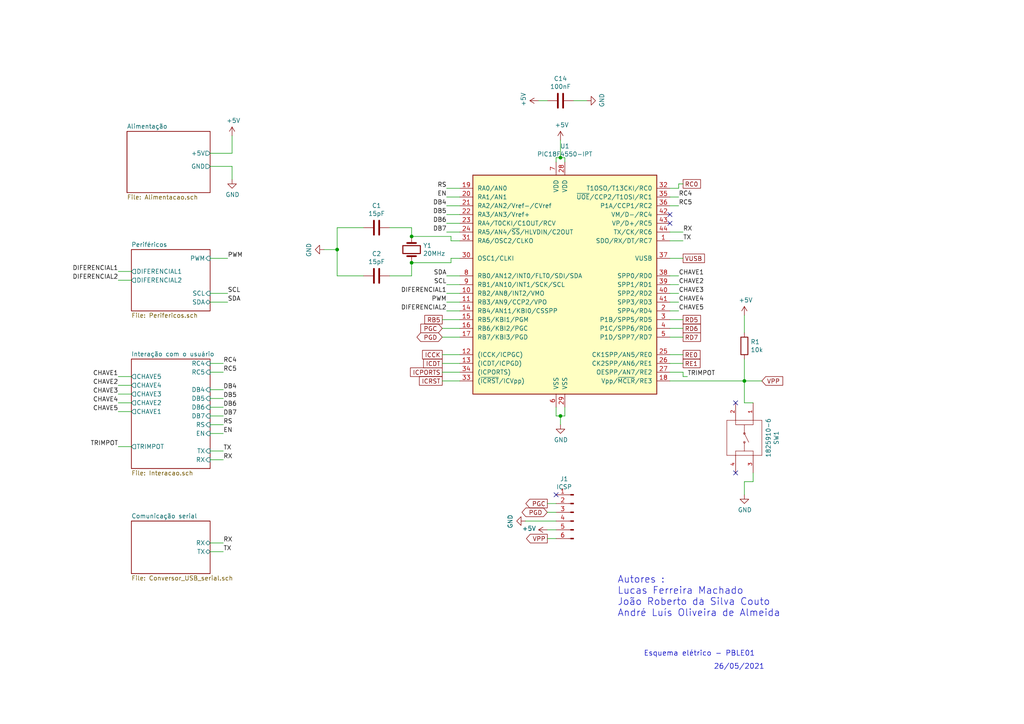
<source format=kicad_sch>
(kicad_sch (version 20211123) (generator eeschema)

  (uuid a87af85c-f946-4697-89f8-470781c486d5)

  (paper "A4")

  (lib_symbols
    (symbol "Chave_1825910-6:1825910-6" (pin_names (offset 1.016) hide) (in_bom yes) (on_board yes)
      (property "Reference" "SW" (id 0) (at -5.08 5.842 0)
        (effects (font (size 1.27 1.27)) (justify left bottom))
      )
      (property "Value" "1825910-6" (id 1) (at -5.08 -7.62 0)
        (effects (font (size 1.27 1.27)) (justify left bottom))
      )
      (property "Footprint" "SW_1825910-6-4" (id 2) (at 0 0 0)
        (effects (font (size 1.27 1.27)) (justify left bottom) hide)
      )
      (property "Datasheet" "" (id 3) (at 0 0 0)
        (effects (font (size 1.27 1.27)) (justify left bottom) hide)
      )
      (property "EU_RoHS_Compliance" "Compliant" (id 4) (at 0 0 0)
        (effects (font (size 1.27 1.27)) (justify left bottom) hide)
      )
      (property "Configuration_Pole-Throw" "Single Pole - Single Throw" (id 5) (at 0 0 0)
        (effects (font (size 1.27 1.27)) (justify left bottom) hide)
      )
      (property "Contact_Current_Rating" "50 mA" (id 6) (at 0 0 0)
        (effects (font (size 1.27 1.27)) (justify left bottom) hide)
      )
      (property "Comment" "1825910-6" (id 7) (at 0 0 0)
        (effects (font (size 1.27 1.27)) (justify left bottom) hide)
      )
      (property "ki_locked" "" (id 8) (at 0 0 0)
        (effects (font (size 1.27 1.27)))
      )
      (symbol "1825910-6_0_0"
        (circle (center -1.27 0) (radius 0.254)
          (stroke (width 0.127) (type default) (color 0 0 0 0))
          (fill (type none))
        )
        (polyline
          (pts
            (xy -5.08 -5.08)
            (xy 5.08 -5.08)
          )
          (stroke (width 0.127) (type default) (color 0 0 0 0))
          (fill (type none))
        )
        (polyline
          (pts
            (xy -5.08 -2.54)
            (xy -5.08 -5.08)
          )
          (stroke (width 0.127) (type default) (color 0 0 0 0))
          (fill (type none))
        )
        (polyline
          (pts
            (xy -5.08 2.54)
            (xy -5.08 -2.54)
          )
          (stroke (width 0.127) (type default) (color 0 0 0 0))
          (fill (type none))
        )
        (polyline
          (pts
            (xy -5.08 2.54)
            (xy -3.81 2.54)
          )
          (stroke (width 0.127) (type default) (color 0 0 0 0))
          (fill (type none))
        )
        (polyline
          (pts
            (xy -5.08 5.08)
            (xy -5.08 2.54)
          )
          (stroke (width 0.127) (type default) (color 0 0 0 0))
          (fill (type none))
        )
        (polyline
          (pts
            (xy -5.08 5.08)
            (xy 5.08 5.08)
          )
          (stroke (width 0.127) (type default) (color 0 0 0 0))
          (fill (type none))
        )
        (polyline
          (pts
            (xy -3.81 -2.54)
            (xy -5.08 -2.54)
          )
          (stroke (width 0.127) (type default) (color 0 0 0 0))
          (fill (type none))
        )
        (polyline
          (pts
            (xy -3.81 0)
            (xy -3.81 -2.54)
          )
          (stroke (width 0.127) (type default) (color 0 0 0 0))
          (fill (type none))
        )
        (polyline
          (pts
            (xy -3.81 0)
            (xy -1.27 0)
          )
          (stroke (width 0.127) (type default) (color 0 0 0 0))
          (fill (type none))
        )
        (polyline
          (pts
            (xy -3.81 2.54)
            (xy -3.81 0)
          )
          (stroke (width 0.127) (type default) (color 0 0 0 0))
          (fill (type none))
        )
        (polyline
          (pts
            (xy -1.27 0)
            (xy 1.27 1.27)
          )
          (stroke (width 0.127) (type default) (color 0 0 0 0))
          (fill (type none))
        )
        (polyline
          (pts
            (xy 1.27 0)
            (xy 3.81 0)
          )
          (stroke (width 0.127) (type default) (color 0 0 0 0))
          (fill (type none))
        )
        (polyline
          (pts
            (xy 3.81 -2.54)
            (xy 5.08 -2.54)
          )
          (stroke (width 0.127) (type default) (color 0 0 0 0))
          (fill (type none))
        )
        (polyline
          (pts
            (xy 3.81 0)
            (xy 3.81 -2.54)
          )
          (stroke (width 0.127) (type default) (color 0 0 0 0))
          (fill (type none))
        )
        (polyline
          (pts
            (xy 3.81 0)
            (xy 3.81 2.54)
          )
          (stroke (width 0.127) (type default) (color 0 0 0 0))
          (fill (type none))
        )
        (polyline
          (pts
            (xy 3.81 2.54)
            (xy 5.08 2.54)
          )
          (stroke (width 0.127) (type default) (color 0 0 0 0))
          (fill (type none))
        )
        (polyline
          (pts
            (xy 5.08 -2.54)
            (xy 5.08 -5.08)
          )
          (stroke (width 0.127) (type default) (color 0 0 0 0))
          (fill (type none))
        )
        (polyline
          (pts
            (xy 5.08 2.54)
            (xy 5.08 -2.54)
          )
          (stroke (width 0.127) (type default) (color 0 0 0 0))
          (fill (type none))
        )
        (polyline
          (pts
            (xy 5.08 5.08)
            (xy 5.08 2.54)
          )
          (stroke (width 0.127) (type default) (color 0 0 0 0))
          (fill (type none))
        )
        (circle (center 1.27 0) (radius 0.254)
          (stroke (width 0.127) (type default) (color 0 0 0 0))
          (fill (type none))
        )
        (pin passive line (at -10.16 2.54 0) (length 5.08)
          (name "~" (effects (font (size 1.016 1.016))))
          (number "1" (effects (font (size 1.016 1.016))))
        )
        (pin passive line (at -10.16 -2.54 0) (length 5.08)
          (name "~" (effects (font (size 1.016 1.016))))
          (number "2" (effects (font (size 1.016 1.016))))
        )
        (pin passive line (at 10.16 2.54 180) (length 5.08)
          (name "~" (effects (font (size 1.016 1.016))))
          (number "3" (effects (font (size 1.016 1.016))))
        )
        (pin passive line (at 10.16 -2.54 180) (length 5.08)
          (name "~" (effects (font (size 1.016 1.016))))
          (number "4" (effects (font (size 1.016 1.016))))
        )
      )
    )
    (symbol "Connector:Conn_01x06_Male" (pin_names (offset 1.016) hide) (in_bom yes) (on_board yes)
      (property "Reference" "J" (id 0) (at 0 7.62 0)
        (effects (font (size 1.27 1.27)))
      )
      (property "Value" "Conn_01x06_Male" (id 1) (at 0 -10.16 0)
        (effects (font (size 1.27 1.27)))
      )
      (property "Footprint" "" (id 2) (at 0 0 0)
        (effects (font (size 1.27 1.27)) hide)
      )
      (property "Datasheet" "~" (id 3) (at 0 0 0)
        (effects (font (size 1.27 1.27)) hide)
      )
      (property "ki_keywords" "connector" (id 4) (at 0 0 0)
        (effects (font (size 1.27 1.27)) hide)
      )
      (property "ki_description" "Generic connector, single row, 01x06, script generated (kicad-library-utils/schlib/autogen/connector/)" (id 5) (at 0 0 0)
        (effects (font (size 1.27 1.27)) hide)
      )
      (property "ki_fp_filters" "Connector*:*_1x??_*" (id 6) (at 0 0 0)
        (effects (font (size 1.27 1.27)) hide)
      )
      (symbol "Conn_01x06_Male_1_1"
        (polyline
          (pts
            (xy 1.27 -7.62)
            (xy 0.8636 -7.62)
          )
          (stroke (width 0.1524) (type default) (color 0 0 0 0))
          (fill (type none))
        )
        (polyline
          (pts
            (xy 1.27 -5.08)
            (xy 0.8636 -5.08)
          )
          (stroke (width 0.1524) (type default) (color 0 0 0 0))
          (fill (type none))
        )
        (polyline
          (pts
            (xy 1.27 -2.54)
            (xy 0.8636 -2.54)
          )
          (stroke (width 0.1524) (type default) (color 0 0 0 0))
          (fill (type none))
        )
        (polyline
          (pts
            (xy 1.27 0)
            (xy 0.8636 0)
          )
          (stroke (width 0.1524) (type default) (color 0 0 0 0))
          (fill (type none))
        )
        (polyline
          (pts
            (xy 1.27 2.54)
            (xy 0.8636 2.54)
          )
          (stroke (width 0.1524) (type default) (color 0 0 0 0))
          (fill (type none))
        )
        (polyline
          (pts
            (xy 1.27 5.08)
            (xy 0.8636 5.08)
          )
          (stroke (width 0.1524) (type default) (color 0 0 0 0))
          (fill (type none))
        )
        (rectangle (start 0.8636 -7.493) (end 0 -7.747)
          (stroke (width 0.1524) (type default) (color 0 0 0 0))
          (fill (type outline))
        )
        (rectangle (start 0.8636 -4.953) (end 0 -5.207)
          (stroke (width 0.1524) (type default) (color 0 0 0 0))
          (fill (type outline))
        )
        (rectangle (start 0.8636 -2.413) (end 0 -2.667)
          (stroke (width 0.1524) (type default) (color 0 0 0 0))
          (fill (type outline))
        )
        (rectangle (start 0.8636 0.127) (end 0 -0.127)
          (stroke (width 0.1524) (type default) (color 0 0 0 0))
          (fill (type outline))
        )
        (rectangle (start 0.8636 2.667) (end 0 2.413)
          (stroke (width 0.1524) (type default) (color 0 0 0 0))
          (fill (type outline))
        )
        (rectangle (start 0.8636 5.207) (end 0 4.953)
          (stroke (width 0.1524) (type default) (color 0 0 0 0))
          (fill (type outline))
        )
        (pin passive line (at 5.08 5.08 180) (length 3.81)
          (name "Pin_1" (effects (font (size 1.27 1.27))))
          (number "1" (effects (font (size 1.27 1.27))))
        )
        (pin passive line (at 5.08 2.54 180) (length 3.81)
          (name "Pin_2" (effects (font (size 1.27 1.27))))
          (number "2" (effects (font (size 1.27 1.27))))
        )
        (pin passive line (at 5.08 0 180) (length 3.81)
          (name "Pin_3" (effects (font (size 1.27 1.27))))
          (number "3" (effects (font (size 1.27 1.27))))
        )
        (pin passive line (at 5.08 -2.54 180) (length 3.81)
          (name "Pin_4" (effects (font (size 1.27 1.27))))
          (number "4" (effects (font (size 1.27 1.27))))
        )
        (pin passive line (at 5.08 -5.08 180) (length 3.81)
          (name "Pin_5" (effects (font (size 1.27 1.27))))
          (number "5" (effects (font (size 1.27 1.27))))
        )
        (pin passive line (at 5.08 -7.62 180) (length 3.81)
          (name "Pin_6" (effects (font (size 1.27 1.27))))
          (number "6" (effects (font (size 1.27 1.27))))
        )
      )
    )
    (symbol "Device:C" (pin_numbers hide) (pin_names (offset 0.254)) (in_bom yes) (on_board yes)
      (property "Reference" "C" (id 0) (at 0.635 2.54 0)
        (effects (font (size 1.27 1.27)) (justify left))
      )
      (property "Value" "C" (id 1) (at 0.635 -2.54 0)
        (effects (font (size 1.27 1.27)) (justify left))
      )
      (property "Footprint" "" (id 2) (at 0.9652 -3.81 0)
        (effects (font (size 1.27 1.27)) hide)
      )
      (property "Datasheet" "~" (id 3) (at 0 0 0)
        (effects (font (size 1.27 1.27)) hide)
      )
      (property "ki_keywords" "cap capacitor" (id 4) (at 0 0 0)
        (effects (font (size 1.27 1.27)) hide)
      )
      (property "ki_description" "Unpolarized capacitor" (id 5) (at 0 0 0)
        (effects (font (size 1.27 1.27)) hide)
      )
      (property "ki_fp_filters" "C_*" (id 6) (at 0 0 0)
        (effects (font (size 1.27 1.27)) hide)
      )
      (symbol "C_0_1"
        (polyline
          (pts
            (xy -2.032 -0.762)
            (xy 2.032 -0.762)
          )
          (stroke (width 0.508) (type default) (color 0 0 0 0))
          (fill (type none))
        )
        (polyline
          (pts
            (xy -2.032 0.762)
            (xy 2.032 0.762)
          )
          (stroke (width 0.508) (type default) (color 0 0 0 0))
          (fill (type none))
        )
      )
      (symbol "C_1_1"
        (pin passive line (at 0 3.81 270) (length 2.794)
          (name "~" (effects (font (size 1.27 1.27))))
          (number "1" (effects (font (size 1.27 1.27))))
        )
        (pin passive line (at 0 -3.81 90) (length 2.794)
          (name "~" (effects (font (size 1.27 1.27))))
          (number "2" (effects (font (size 1.27 1.27))))
        )
      )
    )
    (symbol "Device:Crystal" (pin_numbers hide) (pin_names (offset 1.016) hide) (in_bom yes) (on_board yes)
      (property "Reference" "Y" (id 0) (at 0 3.81 0)
        (effects (font (size 1.27 1.27)))
      )
      (property "Value" "Crystal" (id 1) (at 0 -3.81 0)
        (effects (font (size 1.27 1.27)))
      )
      (property "Footprint" "" (id 2) (at 0 0 0)
        (effects (font (size 1.27 1.27)) hide)
      )
      (property "Datasheet" "~" (id 3) (at 0 0 0)
        (effects (font (size 1.27 1.27)) hide)
      )
      (property "ki_keywords" "quartz ceramic resonator oscillator" (id 4) (at 0 0 0)
        (effects (font (size 1.27 1.27)) hide)
      )
      (property "ki_description" "Two pin crystal" (id 5) (at 0 0 0)
        (effects (font (size 1.27 1.27)) hide)
      )
      (property "ki_fp_filters" "Crystal*" (id 6) (at 0 0 0)
        (effects (font (size 1.27 1.27)) hide)
      )
      (symbol "Crystal_0_1"
        (rectangle (start -1.143 2.54) (end 1.143 -2.54)
          (stroke (width 0.3048) (type default) (color 0 0 0 0))
          (fill (type none))
        )
        (polyline
          (pts
            (xy -2.54 0)
            (xy -1.905 0)
          )
          (stroke (width 0) (type default) (color 0 0 0 0))
          (fill (type none))
        )
        (polyline
          (pts
            (xy -1.905 -1.27)
            (xy -1.905 1.27)
          )
          (stroke (width 0.508) (type default) (color 0 0 0 0))
          (fill (type none))
        )
        (polyline
          (pts
            (xy 1.905 -1.27)
            (xy 1.905 1.27)
          )
          (stroke (width 0.508) (type default) (color 0 0 0 0))
          (fill (type none))
        )
        (polyline
          (pts
            (xy 2.54 0)
            (xy 1.905 0)
          )
          (stroke (width 0) (type default) (color 0 0 0 0))
          (fill (type none))
        )
      )
      (symbol "Crystal_1_1"
        (pin passive line (at -3.81 0 0) (length 1.27)
          (name "1" (effects (font (size 1.27 1.27))))
          (number "1" (effects (font (size 1.27 1.27))))
        )
        (pin passive line (at 3.81 0 180) (length 1.27)
          (name "2" (effects (font (size 1.27 1.27))))
          (number "2" (effects (font (size 1.27 1.27))))
        )
      )
    )
    (symbol "Device:R" (pin_numbers hide) (pin_names (offset 0)) (in_bom yes) (on_board yes)
      (property "Reference" "R" (id 0) (at 2.032 0 90)
        (effects (font (size 1.27 1.27)))
      )
      (property "Value" "R" (id 1) (at 0 0 90)
        (effects (font (size 1.27 1.27)))
      )
      (property "Footprint" "" (id 2) (at -1.778 0 90)
        (effects (font (size 1.27 1.27)) hide)
      )
      (property "Datasheet" "~" (id 3) (at 0 0 0)
        (effects (font (size 1.27 1.27)) hide)
      )
      (property "ki_keywords" "R res resistor" (id 4) (at 0 0 0)
        (effects (font (size 1.27 1.27)) hide)
      )
      (property "ki_description" "Resistor" (id 5) (at 0 0 0)
        (effects (font (size 1.27 1.27)) hide)
      )
      (property "ki_fp_filters" "R_*" (id 6) (at 0 0 0)
        (effects (font (size 1.27 1.27)) hide)
      )
      (symbol "R_0_1"
        (rectangle (start -1.016 -2.54) (end 1.016 2.54)
          (stroke (width 0.254) (type default) (color 0 0 0 0))
          (fill (type none))
        )
      )
      (symbol "R_1_1"
        (pin passive line (at 0 3.81 270) (length 1.27)
          (name "~" (effects (font (size 1.27 1.27))))
          (number "1" (effects (font (size 1.27 1.27))))
        )
        (pin passive line (at 0 -3.81 90) (length 1.27)
          (name "~" (effects (font (size 1.27 1.27))))
          (number "2" (effects (font (size 1.27 1.27))))
        )
      )
    )
    (symbol "MCU_Microchip_PIC18:PIC18F4550-IPT" (pin_names (offset 1.27)) (in_bom yes) (on_board yes)
      (property "Reference" "U" (id 0) (at -25.4 33.02 0)
        (effects (font (size 1.27 1.27)))
      )
      (property "Value" "PIC18F4550-IPT" (id 1) (at 16.51 -33.02 0)
        (effects (font (size 1.27 1.27)))
      )
      (property "Footprint" "Package_QFP:TQFP-44_10x10mm_P0.8mm" (id 2) (at 0 5.08 0)
        (effects (font (size 1.27 1.27) italic) hide)
      )
      (property "Datasheet" "http://ww1.microchip.com/downloads/en/DeviceDoc/39760d.pdf" (id 3) (at 0 -6.35 0)
        (effects (font (size 1.27 1.27)) hide)
      )
      (property "ki_keywords" "Flash-Based 8-Bit Microcontroller XLP" (id 4) (at 0 0 0)
        (effects (font (size 1.27 1.27)) hide)
      )
      (property "ki_description" "32K Flash, 2K SRAM, 256 EEPROM, USB, nanoWatt XLP, TQFP44" (id 5) (at 0 0 0)
        (effects (font (size 1.27 1.27)) hide)
      )
      (property "ki_fp_filters" "TQFP*10x10mm*P0.8mm*" (id 6) (at 0 0 0)
        (effects (font (size 1.27 1.27)) hide)
      )
      (symbol "PIC18F4550-IPT_0_1"
        (rectangle (start -26.67 31.75) (end 26.67 -31.75)
          (stroke (width 0.254) (type default) (color 0 0 0 0))
          (fill (type background))
        )
      )
      (symbol "PIC18F4550-IPT_1_1"
        (pin bidirectional line (at 30.48 12.7 180) (length 3.81)
          (name "SDO/RX/DT/RC7" (effects (font (size 1.27 1.27))))
          (number "1" (effects (font (size 1.27 1.27))))
        )
        (pin bidirectional line (at -30.48 -2.54 0) (length 3.81)
          (name "RB2/AN8/INT2/VMO" (effects (font (size 1.27 1.27))))
          (number "10" (effects (font (size 1.27 1.27))))
        )
        (pin bidirectional line (at -30.48 -5.08 0) (length 3.81)
          (name "RB3/AN9/CCP2/VPO" (effects (font (size 1.27 1.27))))
          (number "11" (effects (font (size 1.27 1.27))))
        )
        (pin bidirectional line (at -30.48 -20.32 0) (length 3.81)
          (name "(ICCK/ICPGC)" (effects (font (size 1.27 1.27))))
          (number "12" (effects (font (size 1.27 1.27))))
        )
        (pin bidirectional line (at -30.48 -22.86 0) (length 3.81)
          (name "(ICDT/ICPGD)" (effects (font (size 1.27 1.27))))
          (number "13" (effects (font (size 1.27 1.27))))
        )
        (pin bidirectional line (at -30.48 -7.62 0) (length 3.81)
          (name "RB4/AN11/KBI0/CSSPP" (effects (font (size 1.27 1.27))))
          (number "14" (effects (font (size 1.27 1.27))))
        )
        (pin bidirectional line (at -30.48 -10.16 0) (length 3.81)
          (name "RB5/KBI1/PGM" (effects (font (size 1.27 1.27))))
          (number "15" (effects (font (size 1.27 1.27))))
        )
        (pin bidirectional line (at -30.48 -12.7 0) (length 3.81)
          (name "RB6/KBI2/PGC" (effects (font (size 1.27 1.27))))
          (number "16" (effects (font (size 1.27 1.27))))
        )
        (pin bidirectional line (at -30.48 -15.24 0) (length 3.81)
          (name "RB7/KBI3/PGD" (effects (font (size 1.27 1.27))))
          (number "17" (effects (font (size 1.27 1.27))))
        )
        (pin input line (at 30.48 -27.94 180) (length 3.81)
          (name "Vpp/~{MCLR}/RE3" (effects (font (size 1.27 1.27))))
          (number "18" (effects (font (size 1.27 1.27))))
        )
        (pin bidirectional line (at -30.48 27.94 0) (length 3.81)
          (name "RA0/AN0" (effects (font (size 1.27 1.27))))
          (number "19" (effects (font (size 1.27 1.27))))
        )
        (pin bidirectional line (at 30.48 -7.62 180) (length 3.81)
          (name "SPP4/RD4" (effects (font (size 1.27 1.27))))
          (number "2" (effects (font (size 1.27 1.27))))
        )
        (pin bidirectional line (at -30.48 25.4 0) (length 3.81)
          (name "RA1/AN1" (effects (font (size 1.27 1.27))))
          (number "20" (effects (font (size 1.27 1.27))))
        )
        (pin bidirectional line (at -30.48 22.86 0) (length 3.81)
          (name "RA2/AN2/Vref-/CVref" (effects (font (size 1.27 1.27))))
          (number "21" (effects (font (size 1.27 1.27))))
        )
        (pin bidirectional line (at -30.48 20.32 0) (length 3.81)
          (name "RA3/AN3/Vref+" (effects (font (size 1.27 1.27))))
          (number "22" (effects (font (size 1.27 1.27))))
        )
        (pin bidirectional line (at -30.48 17.78 0) (length 3.81)
          (name "RA4/T0CKI/C1OUT/RCV" (effects (font (size 1.27 1.27))))
          (number "23" (effects (font (size 1.27 1.27))))
        )
        (pin bidirectional line (at -30.48 15.24 0) (length 3.81)
          (name "RA5/AN4/~{SS}/HLVDIN/C2OUT" (effects (font (size 1.27 1.27))))
          (number "24" (effects (font (size 1.27 1.27))))
        )
        (pin bidirectional line (at 30.48 -20.32 180) (length 3.81)
          (name "CK1SPP/AN5/RE0" (effects (font (size 1.27 1.27))))
          (number "25" (effects (font (size 1.27 1.27))))
        )
        (pin bidirectional line (at 30.48 -22.86 180) (length 3.81)
          (name "CK2SPP/AN6/RE1" (effects (font (size 1.27 1.27))))
          (number "26" (effects (font (size 1.27 1.27))))
        )
        (pin bidirectional line (at 30.48 -25.4 180) (length 3.81)
          (name "OESPP/AN7/RE2" (effects (font (size 1.27 1.27))))
          (number "27" (effects (font (size 1.27 1.27))))
        )
        (pin power_in line (at 0 35.56 270) (length 3.81)
          (name "VDD" (effects (font (size 1.27 1.27))))
          (number "28" (effects (font (size 1.27 1.27))))
        )
        (pin power_in line (at 0 -35.56 90) (length 3.81)
          (name "VSS" (effects (font (size 1.27 1.27))))
          (number "29" (effects (font (size 1.27 1.27))))
        )
        (pin bidirectional line (at 30.48 -10.16 180) (length 3.81)
          (name "P1B/SPP5/RD5" (effects (font (size 1.27 1.27))))
          (number "3" (effects (font (size 1.27 1.27))))
        )
        (pin input line (at -30.48 7.62 0) (length 3.81)
          (name "OSC1/CLKI" (effects (font (size 1.27 1.27))))
          (number "30" (effects (font (size 1.27 1.27))))
        )
        (pin output line (at -30.48 12.7 0) (length 3.81)
          (name "RA6/OSC2/CLKO" (effects (font (size 1.27 1.27))))
          (number "31" (effects (font (size 1.27 1.27))))
        )
        (pin bidirectional line (at 30.48 27.94 180) (length 3.81)
          (name "T1OSO/T13CKI/RC0" (effects (font (size 1.27 1.27))))
          (number "32" (effects (font (size 1.27 1.27))))
        )
        (pin input line (at -30.48 -27.94 0) (length 3.81)
          (name "(~{ICRST}/ICVpp)" (effects (font (size 1.27 1.27))))
          (number "33" (effects (font (size 1.27 1.27))))
        )
        (pin bidirectional line (at -30.48 -25.4 0) (length 3.81)
          (name "(ICPORTS)" (effects (font (size 1.27 1.27))))
          (number "34" (effects (font (size 1.27 1.27))))
        )
        (pin bidirectional line (at 30.48 25.4 180) (length 3.81)
          (name "~{UOE}/CCP2/T1OSI/RC1" (effects (font (size 1.27 1.27))))
          (number "35" (effects (font (size 1.27 1.27))))
        )
        (pin bidirectional line (at 30.48 22.86 180) (length 3.81)
          (name "P1A/CCP1/RC2" (effects (font (size 1.27 1.27))))
          (number "36" (effects (font (size 1.27 1.27))))
        )
        (pin bidirectional line (at 30.48 7.62 180) (length 3.81)
          (name "VUSB" (effects (font (size 1.27 1.27))))
          (number "37" (effects (font (size 1.27 1.27))))
        )
        (pin bidirectional line (at 30.48 2.54 180) (length 3.81)
          (name "SPP0/RD0" (effects (font (size 1.27 1.27))))
          (number "38" (effects (font (size 1.27 1.27))))
        )
        (pin bidirectional line (at 30.48 0 180) (length 3.81)
          (name "SPP1/RD1" (effects (font (size 1.27 1.27))))
          (number "39" (effects (font (size 1.27 1.27))))
        )
        (pin bidirectional line (at 30.48 -12.7 180) (length 3.81)
          (name "P1C/SPP6/RD6" (effects (font (size 1.27 1.27))))
          (number "4" (effects (font (size 1.27 1.27))))
        )
        (pin bidirectional line (at 30.48 -2.54 180) (length 3.81)
          (name "SPP2/RD2" (effects (font (size 1.27 1.27))))
          (number "40" (effects (font (size 1.27 1.27))))
        )
        (pin bidirectional line (at 30.48 -5.08 180) (length 3.81)
          (name "SPP3/RD3" (effects (font (size 1.27 1.27))))
          (number "41" (effects (font (size 1.27 1.27))))
        )
        (pin bidirectional line (at 30.48 20.32 180) (length 3.81)
          (name "VM/D-/RC4" (effects (font (size 1.27 1.27))))
          (number "42" (effects (font (size 1.27 1.27))))
        )
        (pin bidirectional line (at 30.48 17.78 180) (length 3.81)
          (name "VP/D+/RC5" (effects (font (size 1.27 1.27))))
          (number "43" (effects (font (size 1.27 1.27))))
        )
        (pin bidirectional line (at 30.48 15.24 180) (length 3.81)
          (name "TX/CK/RC6" (effects (font (size 1.27 1.27))))
          (number "44" (effects (font (size 1.27 1.27))))
        )
        (pin bidirectional line (at 30.48 -15.24 180) (length 3.81)
          (name "P1D/SPP7/RD7" (effects (font (size 1.27 1.27))))
          (number "5" (effects (font (size 1.27 1.27))))
        )
        (pin power_in line (at -2.54 -35.56 90) (length 3.81)
          (name "VSS" (effects (font (size 1.27 1.27))))
          (number "6" (effects (font (size 1.27 1.27))))
        )
        (pin power_in line (at -2.54 35.56 270) (length 3.81)
          (name "VDD" (effects (font (size 1.27 1.27))))
          (number "7" (effects (font (size 1.27 1.27))))
        )
        (pin bidirectional line (at -30.48 2.54 0) (length 3.81)
          (name "RB0/AN12/INT0/FLT0/SDI/SDA" (effects (font (size 1.27 1.27))))
          (number "8" (effects (font (size 1.27 1.27))))
        )
        (pin bidirectional line (at -30.48 0 0) (length 3.81)
          (name "RB1/AN10/INT1/SCK/SCL" (effects (font (size 1.27 1.27))))
          (number "9" (effects (font (size 1.27 1.27))))
        )
      )
    )
    (symbol "power:+5V" (power) (pin_names (offset 0)) (in_bom yes) (on_board yes)
      (property "Reference" "#PWR" (id 0) (at 0 -3.81 0)
        (effects (font (size 1.27 1.27)) hide)
      )
      (property "Value" "+5V" (id 1) (at 0 3.556 0)
        (effects (font (size 1.27 1.27)))
      )
      (property "Footprint" "" (id 2) (at 0 0 0)
        (effects (font (size 1.27 1.27)) hide)
      )
      (property "Datasheet" "" (id 3) (at 0 0 0)
        (effects (font (size 1.27 1.27)) hide)
      )
      (property "ki_keywords" "power-flag" (id 4) (at 0 0 0)
        (effects (font (size 1.27 1.27)) hide)
      )
      (property "ki_description" "Power symbol creates a global label with name \"+5V\"" (id 5) (at 0 0 0)
        (effects (font (size 1.27 1.27)) hide)
      )
      (symbol "+5V_0_1"
        (polyline
          (pts
            (xy -0.762 1.27)
            (xy 0 2.54)
          )
          (stroke (width 0) (type default) (color 0 0 0 0))
          (fill (type none))
        )
        (polyline
          (pts
            (xy 0 0)
            (xy 0 2.54)
          )
          (stroke (width 0) (type default) (color 0 0 0 0))
          (fill (type none))
        )
        (polyline
          (pts
            (xy 0 2.54)
            (xy 0.762 1.27)
          )
          (stroke (width 0) (type default) (color 0 0 0 0))
          (fill (type none))
        )
      )
      (symbol "+5V_1_1"
        (pin power_in line (at 0 0 90) (length 0) hide
          (name "+5V" (effects (font (size 1.27 1.27))))
          (number "1" (effects (font (size 1.27 1.27))))
        )
      )
    )
    (symbol "power:GND" (power) (pin_names (offset 0)) (in_bom yes) (on_board yes)
      (property "Reference" "#PWR" (id 0) (at 0 -6.35 0)
        (effects (font (size 1.27 1.27)) hide)
      )
      (property "Value" "GND" (id 1) (at 0 -3.81 0)
        (effects (font (size 1.27 1.27)))
      )
      (property "Footprint" "" (id 2) (at 0 0 0)
        (effects (font (size 1.27 1.27)) hide)
      )
      (property "Datasheet" "" (id 3) (at 0 0 0)
        (effects (font (size 1.27 1.27)) hide)
      )
      (property "ki_keywords" "power-flag" (id 4) (at 0 0 0)
        (effects (font (size 1.27 1.27)) hide)
      )
      (property "ki_description" "Power symbol creates a global label with name \"GND\" , ground" (id 5) (at 0 0 0)
        (effects (font (size 1.27 1.27)) hide)
      )
      (symbol "GND_0_1"
        (polyline
          (pts
            (xy 0 0)
            (xy 0 -1.27)
            (xy 1.27 -1.27)
            (xy 0 -2.54)
            (xy -1.27 -1.27)
            (xy 0 -1.27)
          )
          (stroke (width 0) (type default) (color 0 0 0 0))
          (fill (type none))
        )
      )
      (symbol "GND_1_1"
        (pin power_in line (at 0 0 270) (length 0) hide
          (name "GND" (effects (font (size 1.27 1.27))))
          (number "1" (effects (font (size 1.27 1.27))))
        )
      )
    )
  )

  (junction (at 215.9 110.49) (diameter 0) (color 0 0 0 0)
    (uuid 0e06eeac-2129-4d3c-9e5b-b1628c6d4032)
  )
  (junction (at 162.56 45.72) (diameter 0) (color 0 0 0 0)
    (uuid 22783a0a-6354-49d7-b98a-898918576a8e)
  )
  (junction (at 97.79 72.39) (diameter 0) (color 0 0 0 0)
    (uuid 80768ce0-b822-4054-bdf7-14bb8737b6e7)
  )
  (junction (at 119.38 68.58) (diameter 0) (color 0 0 0 0)
    (uuid 9daee111-68b1-456f-80f3-538cea037bc8)
  )
  (junction (at 119.38 76.2) (diameter 0) (color 0 0 0 0)
    (uuid f34340e3-8295-41f0-9f0f-6e629b567911)
  )
  (junction (at 162.56 120.65) (diameter 0) (color 0 0 0 0)
    (uuid fc03209f-2bb3-4b5a-8379-e8e5f6de0278)
  )

  (no_connect (at 194.31 62.23) (uuid 095d1813-a0ae-4e04-8e2a-7d40506336ed))
  (no_connect (at 194.31 64.77) (uuid 095d1813-a0ae-4e04-8e2a-7d40506336ed))
  (no_connect (at 213.36 116.84) (uuid 162bb547-b925-4e19-86db-3b37bc16391f))
  (no_connect (at 213.36 137.16) (uuid db12acf3-ada3-4c3f-826c-1c09630c3c14))
  (no_connect (at 161.29 143.51) (uuid e9a64d72-5643-4f69-af4b-37dea6d3c91e))

  (wire (pts (xy 215.9 104.14) (xy 215.9 110.49))
    (stroke (width 0) (type default) (color 0 0 0 0))
    (uuid 003476a0-6b50-473b-a97e-19130d3efee6)
  )
  (wire (pts (xy 119.38 68.58) (xy 130.81 68.58))
    (stroke (width 0) (type default) (color 0 0 0 0))
    (uuid 005fee19-336d-493f-9e77-5228daa5314b)
  )
  (wire (pts (xy 194.31 110.49) (xy 215.9 110.49))
    (stroke (width 0) (type default) (color 0 0 0 0))
    (uuid 03bad1a8-9124-4da6-9b11-15448d2ac886)
  )
  (wire (pts (xy 97.79 72.39) (xy 97.79 80.01))
    (stroke (width 0) (type default) (color 0 0 0 0))
    (uuid 06e46d88-b530-4d39-a225-e07a393b5e3f)
  )
  (wire (pts (xy 34.29 129.54) (xy 38.1 129.54))
    (stroke (width 0) (type default) (color 0 0 0 0))
    (uuid 0b589137-87f9-4b70-a456-1f936303fa69)
  )
  (wire (pts (xy 60.96 133.35) (xy 64.77 133.35))
    (stroke (width 0) (type default) (color 0 0 0 0))
    (uuid 0f648622-ab6a-4c45-82e9-2c56cb5a5439)
  )
  (wire (pts (xy 60.96 44.45) (xy 67.31 44.45))
    (stroke (width 0) (type default) (color 0 0 0 0))
    (uuid 13004164-d9a2-43e2-94a2-e0ab9c29903d)
  )
  (wire (pts (xy 194.31 80.01) (xy 196.85 80.01))
    (stroke (width 0) (type default) (color 0 0 0 0))
    (uuid 14883ecf-24e9-4926-a075-3cc6f7b2536d)
  )
  (wire (pts (xy 60.96 123.19) (xy 64.77 123.19))
    (stroke (width 0) (type default) (color 0 0 0 0))
    (uuid 14c74e0a-6af0-42af-850f-9f15fd44ed28)
  )
  (wire (pts (xy 130.81 74.93) (xy 133.35 74.93))
    (stroke (width 0) (type default) (color 0 0 0 0))
    (uuid 15f8bad7-2205-40be-985e-3796b374ae33)
  )
  (wire (pts (xy 156.21 29.21) (xy 158.75 29.21))
    (stroke (width 0) (type default) (color 0 0 0 0))
    (uuid 1b227160-1728-4e3e-860a-cf638a36e37b)
  )
  (wire (pts (xy 97.79 80.01) (xy 105.41 80.01))
    (stroke (width 0) (type default) (color 0 0 0 0))
    (uuid 1ce3d28d-4b43-4764-8a8d-8fea2dc49b38)
  )
  (wire (pts (xy 128.27 97.79) (xy 133.35 97.79))
    (stroke (width 0) (type default) (color 0 0 0 0))
    (uuid 1fe0094c-90e7-41c2-a25e-c6378f0b3f00)
  )
  (wire (pts (xy 194.31 57.15) (xy 196.85 57.15))
    (stroke (width 0) (type default) (color 0 0 0 0))
    (uuid 2a2d7ca3-f528-4cc5-862a-51e0c7eaacbc)
  )
  (wire (pts (xy 113.03 80.01) (xy 119.38 80.01))
    (stroke (width 0) (type default) (color 0 0 0 0))
    (uuid 2b3e73ae-05a3-465e-bd22-6aac541cfde0)
  )
  (wire (pts (xy 60.96 160.02) (xy 64.77 160.02))
    (stroke (width 0) (type default) (color 0 0 0 0))
    (uuid 2bc7c98e-af56-4a0e-a107-cafa5ab6f167)
  )
  (wire (pts (xy 194.31 85.09) (xy 196.85 85.09))
    (stroke (width 0) (type default) (color 0 0 0 0))
    (uuid 2c42ffd1-6c74-4b39-8229-1ded6a109782)
  )
  (wire (pts (xy 129.54 57.15) (xy 133.35 57.15))
    (stroke (width 0) (type default) (color 0 0 0 0))
    (uuid 2ceafb6d-cdad-4470-96cd-c4b8f5e4be1e)
  )
  (wire (pts (xy 97.79 66.04) (xy 97.79 72.39))
    (stroke (width 0) (type default) (color 0 0 0 0))
    (uuid 32f7a743-73d1-4c52-96cb-d10ae1955a7b)
  )
  (wire (pts (xy 194.31 67.31) (xy 198.12 67.31))
    (stroke (width 0) (type default) (color 0 0 0 0))
    (uuid 3b281e61-5c65-48fa-8837-500e3e177ced)
  )
  (wire (pts (xy 128.27 105.41) (xy 133.35 105.41))
    (stroke (width 0) (type default) (color 0 0 0 0))
    (uuid 3bdc1c50-db6a-44e6-a94f-8c4ede3735d9)
  )
  (wire (pts (xy 34.29 114.3) (xy 38.1 114.3))
    (stroke (width 0) (type default) (color 0 0 0 0))
    (uuid 4118acf1-8655-427d-a697-afccb7049e2d)
  )
  (wire (pts (xy 129.54 64.77) (xy 133.35 64.77))
    (stroke (width 0) (type default) (color 0 0 0 0))
    (uuid 41c7a995-4fde-495c-ab64-ca7f8f22c9d4)
  )
  (wire (pts (xy 60.96 118.11) (xy 64.77 118.11))
    (stroke (width 0) (type default) (color 0 0 0 0))
    (uuid 47b76687-d8e5-462d-b756-5156235a5e61)
  )
  (wire (pts (xy 194.31 82.55) (xy 196.85 82.55))
    (stroke (width 0) (type default) (color 0 0 0 0))
    (uuid 48488de0-e87c-48d6-a2e6-00c300266342)
  )
  (wire (pts (xy 129.54 67.31) (xy 133.35 67.31))
    (stroke (width 0) (type default) (color 0 0 0 0))
    (uuid 4862c4c5-2c04-46b4-a0ab-91f1be0007ed)
  )
  (wire (pts (xy 34.29 78.74) (xy 38.1 78.74))
    (stroke (width 0) (type default) (color 0 0 0 0))
    (uuid 4ad268c4-6544-4622-b97f-9612ba156b6d)
  )
  (wire (pts (xy 194.31 92.71) (xy 198.12 92.71))
    (stroke (width 0) (type default) (color 0 0 0 0))
    (uuid 4d39d1e0-351b-4eec-b1aa-99b3e38d1d15)
  )
  (wire (pts (xy 60.96 87.63) (xy 66.04 87.63))
    (stroke (width 0) (type default) (color 0 0 0 0))
    (uuid 50d08f57-496e-46e6-8cc7-6de64a8b3c23)
  )
  (wire (pts (xy 198.12 109.22) (xy 199.39 109.22))
    (stroke (width 0) (type default) (color 0 0 0 0))
    (uuid 512be38f-3d19-4021-942f-30745bb72798)
  )
  (wire (pts (xy 60.96 157.48) (xy 64.77 157.48))
    (stroke (width 0) (type default) (color 0 0 0 0))
    (uuid 525d1b9c-3503-42ea-b25b-c6b1c532be7a)
  )
  (wire (pts (xy 194.31 90.17) (xy 196.85 90.17))
    (stroke (width 0) (type default) (color 0 0 0 0))
    (uuid 542c84f3-206f-48ef-8675-a52387c67f5b)
  )
  (wire (pts (xy 218.44 116.84) (xy 215.9 116.84))
    (stroke (width 0) (type default) (color 0 0 0 0))
    (uuid 54f28f85-26e1-46ca-b8dc-135bb9f28707)
  )
  (wire (pts (xy 162.56 45.72) (xy 162.56 40.64))
    (stroke (width 0) (type default) (color 0 0 0 0))
    (uuid 622f7a44-56b3-480e-a7f7-e5a9d96f9e0d)
  )
  (wire (pts (xy 60.96 130.81) (xy 64.77 130.81))
    (stroke (width 0) (type default) (color 0 0 0 0))
    (uuid 6309de67-e676-4c51-9b85-4cf6fc3fd053)
  )
  (wire (pts (xy 60.96 113.03) (xy 64.77 113.03))
    (stroke (width 0) (type default) (color 0 0 0 0))
    (uuid 680c7a11-f940-4be4-81f7-d87a0129a584)
  )
  (wire (pts (xy 161.29 46.99) (xy 161.29 45.72))
    (stroke (width 0) (type default) (color 0 0 0 0))
    (uuid 68131276-60da-4674-baf5-01b77f9b944d)
  )
  (wire (pts (xy 194.31 102.87) (xy 198.12 102.87))
    (stroke (width 0) (type default) (color 0 0 0 0))
    (uuid 69781be7-b08d-4148-99ac-4b66f71af8cb)
  )
  (wire (pts (xy 162.56 120.65) (xy 162.56 123.19))
    (stroke (width 0) (type default) (color 0 0 0 0))
    (uuid 69a4f7cb-f07b-4835-8dda-3cae5bdd2303)
  )
  (wire (pts (xy 129.54 87.63) (xy 133.35 87.63))
    (stroke (width 0) (type default) (color 0 0 0 0))
    (uuid 6a640c01-bd21-4468-96e4-cb2d22a68ac5)
  )
  (wire (pts (xy 34.29 81.28) (xy 38.1 81.28))
    (stroke (width 0) (type default) (color 0 0 0 0))
    (uuid 6c25741f-f983-4eb0-bfa0-691947979208)
  )
  (wire (pts (xy 196.85 53.34) (xy 198.12 53.34))
    (stroke (width 0) (type default) (color 0 0 0 0))
    (uuid 70fe5abf-ede5-4f1f-b170-33f92315cbac)
  )
  (wire (pts (xy 130.81 76.2) (xy 130.81 74.93))
    (stroke (width 0) (type default) (color 0 0 0 0))
    (uuid 71c7e68d-e168-4fc6-89f2-0a1e4c6af788)
  )
  (wire (pts (xy 113.03 66.04) (xy 119.38 66.04))
    (stroke (width 0) (type default) (color 0 0 0 0))
    (uuid 7226190c-c058-4254-a8e1-12872ba49583)
  )
  (wire (pts (xy 34.29 111.76) (xy 38.1 111.76))
    (stroke (width 0) (type default) (color 0 0 0 0))
    (uuid 724f2acf-1b43-415d-8f4e-9414b1838caf)
  )
  (wire (pts (xy 129.54 80.01) (xy 133.35 80.01))
    (stroke (width 0) (type default) (color 0 0 0 0))
    (uuid 72ab3f5b-8c6d-4002-b7b8-a6e8a5958166)
  )
  (wire (pts (xy 158.75 156.21) (xy 161.29 156.21))
    (stroke (width 0) (type default) (color 0 0 0 0))
    (uuid 74185835-dbc8-42b2-859f-c3ab75817f87)
  )
  (wire (pts (xy 194.31 59.69) (xy 196.85 59.69))
    (stroke (width 0) (type default) (color 0 0 0 0))
    (uuid 7940aceb-1f2d-48a2-afc5-301c92e9aeb8)
  )
  (wire (pts (xy 158.75 153.67) (xy 161.29 153.67))
    (stroke (width 0) (type default) (color 0 0 0 0))
    (uuid 7a196259-05c0-4c21-a1d9-5ca40ffc16b3)
  )
  (wire (pts (xy 194.31 95.25) (xy 198.12 95.25))
    (stroke (width 0) (type default) (color 0 0 0 0))
    (uuid 7ae582c4-1532-4cb1-8a87-ad78d400e629)
  )
  (wire (pts (xy 194.31 87.63) (xy 196.85 87.63))
    (stroke (width 0) (type default) (color 0 0 0 0))
    (uuid 7bf1f2ac-3263-449f-9268-af4585949cc1)
  )
  (wire (pts (xy 152.4 151.13) (xy 161.29 151.13))
    (stroke (width 0) (type default) (color 0 0 0 0))
    (uuid 7ebc01c9-d739-4bc3-8061-4e6a7e236ea6)
  )
  (wire (pts (xy 129.54 59.69) (xy 133.35 59.69))
    (stroke (width 0) (type default) (color 0 0 0 0))
    (uuid 7f0f4085-5c86-4f4d-8ef8-b0aa32163ee6)
  )
  (wire (pts (xy 119.38 80.01) (xy 119.38 76.2))
    (stroke (width 0) (type default) (color 0 0 0 0))
    (uuid 80654dc1-2056-487d-ab37-3fe2cb2fcf21)
  )
  (wire (pts (xy 67.31 48.26) (xy 67.31 52.07))
    (stroke (width 0) (type default) (color 0 0 0 0))
    (uuid 827890fc-ec6e-4863-af2e-cba24f602f1d)
  )
  (wire (pts (xy 60.96 115.57) (xy 64.77 115.57))
    (stroke (width 0) (type default) (color 0 0 0 0))
    (uuid 8305e307-5770-473d-b63d-8bbf7b2c3c32)
  )
  (wire (pts (xy 194.31 105.41) (xy 198.12 105.41))
    (stroke (width 0) (type default) (color 0 0 0 0))
    (uuid 847b27c2-af8a-4f78-ae32-355b9d2bd701)
  )
  (wire (pts (xy 196.85 54.61) (xy 196.85 53.34))
    (stroke (width 0) (type default) (color 0 0 0 0))
    (uuid 85e24ccf-1ee0-4d9d-a341-e6f9efc4ab77)
  )
  (wire (pts (xy 129.54 54.61) (xy 133.35 54.61))
    (stroke (width 0) (type default) (color 0 0 0 0))
    (uuid 89638ec2-dde4-4aa0-a97e-490ca1546d74)
  )
  (wire (pts (xy 161.29 45.72) (xy 162.56 45.72))
    (stroke (width 0) (type default) (color 0 0 0 0))
    (uuid 8a68fd44-953e-4508-8ef8-59d687973af3)
  )
  (wire (pts (xy 166.37 29.21) (xy 170.18 29.21))
    (stroke (width 0) (type default) (color 0 0 0 0))
    (uuid 8b1bcbd1-b198-4e49-aea2-f51e1940b6db)
  )
  (wire (pts (xy 158.75 148.59) (xy 161.29 148.59))
    (stroke (width 0) (type default) (color 0 0 0 0))
    (uuid 91adacda-a91d-4559-9746-bf19881f3b59)
  )
  (wire (pts (xy 161.29 118.11) (xy 161.29 120.65))
    (stroke (width 0) (type default) (color 0 0 0 0))
    (uuid 93fc9ec6-f65c-4e3e-b145-428cbe3106f1)
  )
  (wire (pts (xy 163.83 120.65) (xy 163.83 118.11))
    (stroke (width 0) (type default) (color 0 0 0 0))
    (uuid 96c2cfde-170d-4869-bfe3-45c58df17e24)
  )
  (wire (pts (xy 215.9 110.49) (xy 215.9 116.84))
    (stroke (width 0) (type default) (color 0 0 0 0))
    (uuid 9a3392ea-71ec-459c-bd94-a01614416a8f)
  )
  (wire (pts (xy 119.38 66.04) (xy 119.38 68.58))
    (stroke (width 0) (type default) (color 0 0 0 0))
    (uuid a0970247-d1fb-4029-9021-5cf231f1e4f1)
  )
  (wire (pts (xy 194.31 107.95) (xy 198.12 107.95))
    (stroke (width 0) (type default) (color 0 0 0 0))
    (uuid a0f82e11-fd6b-4cb5-bd35-ff1a2687983e)
  )
  (wire (pts (xy 129.54 85.09) (xy 133.35 85.09))
    (stroke (width 0) (type default) (color 0 0 0 0))
    (uuid a3f5d76e-14d8-4f1b-bc0a-4620e4b642fa)
  )
  (wire (pts (xy 128.27 92.71) (xy 133.35 92.71))
    (stroke (width 0) (type default) (color 0 0 0 0))
    (uuid af0dab3a-f6e3-4a13-9676-6c1552ba994f)
  )
  (wire (pts (xy 119.38 76.2) (xy 130.81 76.2))
    (stroke (width 0) (type default) (color 0 0 0 0))
    (uuid affe5f0e-8803-4f02-b9b7-4eabbd04e168)
  )
  (wire (pts (xy 162.56 120.65) (xy 163.83 120.65))
    (stroke (width 0) (type default) (color 0 0 0 0))
    (uuid b0260fd9-f4e8-4716-bb42-89a02ed521ea)
  )
  (wire (pts (xy 60.96 48.26) (xy 67.31 48.26))
    (stroke (width 0) (type default) (color 0 0 0 0))
    (uuid b68e7ea0-ebdc-46a6-ba9d-17908b1a87a8)
  )
  (wire (pts (xy 129.54 62.23) (xy 133.35 62.23))
    (stroke (width 0) (type default) (color 0 0 0 0))
    (uuid b979182c-4bb5-42bf-b682-1caef3bc4f22)
  )
  (wire (pts (xy 60.96 85.09) (xy 66.04 85.09))
    (stroke (width 0) (type default) (color 0 0 0 0))
    (uuid bd8f3397-747b-4a93-a1fc-6e4d16b7035b)
  )
  (wire (pts (xy 67.31 44.45) (xy 67.31 39.37))
    (stroke (width 0) (type default) (color 0 0 0 0))
    (uuid c20f9be1-5337-4deb-8fbe-080a69228dd6)
  )
  (wire (pts (xy 215.9 96.52) (xy 215.9 91.44))
    (stroke (width 0) (type default) (color 0 0 0 0))
    (uuid c49471b1-2704-45d4-8022-af3a1448e4ce)
  )
  (wire (pts (xy 128.27 110.49) (xy 133.35 110.49))
    (stroke (width 0) (type default) (color 0 0 0 0))
    (uuid c4dfdb3a-36d6-4a68-ba77-9c6ecb06e13e)
  )
  (wire (pts (xy 60.96 125.73) (xy 64.77 125.73))
    (stroke (width 0) (type default) (color 0 0 0 0))
    (uuid c6ff121d-1697-4137-a311-1a7d5ec3e16b)
  )
  (wire (pts (xy 198.12 107.95) (xy 198.12 109.22))
    (stroke (width 0) (type default) (color 0 0 0 0))
    (uuid c9082572-2490-4648-87f3-c79bf2725ef7)
  )
  (wire (pts (xy 162.56 45.72) (xy 163.83 45.72))
    (stroke (width 0) (type default) (color 0 0 0 0))
    (uuid c9ec85da-736a-42df-a111-9f9a2a2b8818)
  )
  (wire (pts (xy 161.29 120.65) (xy 162.56 120.65))
    (stroke (width 0) (type default) (color 0 0 0 0))
    (uuid ca8b36fd-bb6c-45bb-b9e5-a5b1ac556214)
  )
  (wire (pts (xy 215.9 110.49) (xy 220.98 110.49))
    (stroke (width 0) (type default) (color 0 0 0 0))
    (uuid caba18e4-6c49-4019-b955-706544ab6e67)
  )
  (wire (pts (xy 215.9 143.51) (xy 215.9 139.7))
    (stroke (width 0) (type default) (color 0 0 0 0))
    (uuid ccff4f2f-aab1-4354-bc02-6b4b7f9f6ae6)
  )
  (wire (pts (xy 163.83 45.72) (xy 163.83 46.99))
    (stroke (width 0) (type default) (color 0 0 0 0))
    (uuid cd49e491-1866-41e8-b088-7c2407af6f3b)
  )
  (wire (pts (xy 34.29 119.38) (xy 38.1 119.38))
    (stroke (width 0) (type default) (color 0 0 0 0))
    (uuid ce4201f6-760f-4b9a-b1cf-d5aeeaddda56)
  )
  (wire (pts (xy 128.27 102.87) (xy 133.35 102.87))
    (stroke (width 0) (type default) (color 0 0 0 0))
    (uuid cf1f4068-79a3-48e2-8502-44487973ec72)
  )
  (wire (pts (xy 218.44 139.7) (xy 218.44 137.16))
    (stroke (width 0) (type default) (color 0 0 0 0))
    (uuid d425a90a-a0db-49e3-9dd1-ca11697370f1)
  )
  (wire (pts (xy 194.31 54.61) (xy 196.85 54.61))
    (stroke (width 0) (type default) (color 0 0 0 0))
    (uuid d9cb88d6-5290-4eb7-96ad-0e02774511f2)
  )
  (wire (pts (xy 34.29 109.22) (xy 38.1 109.22))
    (stroke (width 0) (type default) (color 0 0 0 0))
    (uuid dd238c81-31f6-4f1a-a6b4-a768a67317fe)
  )
  (wire (pts (xy 60.96 74.93) (xy 66.04 74.93))
    (stroke (width 0) (type default) (color 0 0 0 0))
    (uuid def53a22-0325-4a68-8b54-7ce954fd6c78)
  )
  (wire (pts (xy 130.81 68.58) (xy 130.81 69.85))
    (stroke (width 0) (type default) (color 0 0 0 0))
    (uuid df0e6204-3c0f-49bb-86da-d8b0eca6794b)
  )
  (wire (pts (xy 60.96 120.65) (xy 64.77 120.65))
    (stroke (width 0) (type default) (color 0 0 0 0))
    (uuid e034bc38-8381-4b7c-b83b-ea19a95d8abc)
  )
  (wire (pts (xy 128.27 107.95) (xy 133.35 107.95))
    (stroke (width 0) (type default) (color 0 0 0 0))
    (uuid e064f63c-5a86-4be0-941b-c0027ac06611)
  )
  (wire (pts (xy 93.98 72.39) (xy 97.79 72.39))
    (stroke (width 0) (type default) (color 0 0 0 0))
    (uuid e4cf7c21-0546-4b61-88e1-2ffe6f2f63f7)
  )
  (wire (pts (xy 129.54 90.17) (xy 133.35 90.17))
    (stroke (width 0) (type default) (color 0 0 0 0))
    (uuid e74e6cbf-488a-4270-b2e2-9d4da3c1c2b9)
  )
  (wire (pts (xy 97.79 66.04) (xy 105.41 66.04))
    (stroke (width 0) (type default) (color 0 0 0 0))
    (uuid eacc28f9-ac2c-444a-b1d9-969017a31b95)
  )
  (wire (pts (xy 128.27 95.25) (xy 133.35 95.25))
    (stroke (width 0) (type default) (color 0 0 0 0))
    (uuid eb6e7360-faec-4927-b02d-9bf4622ffc67)
  )
  (wire (pts (xy 34.29 116.84) (xy 38.1 116.84))
    (stroke (width 0) (type default) (color 0 0 0 0))
    (uuid ee660593-1a95-4b1f-bf34-926b04aeb6ef)
  )
  (wire (pts (xy 129.54 82.55) (xy 133.35 82.55))
    (stroke (width 0) (type default) (color 0 0 0 0))
    (uuid ef3265a3-7af9-42de-a411-fc74387217a0)
  )
  (wire (pts (xy 194.31 97.79) (xy 198.12 97.79))
    (stroke (width 0) (type default) (color 0 0 0 0))
    (uuid f23cc24f-5fee-453b-b2a7-ae2e4d14bce9)
  )
  (wire (pts (xy 130.81 69.85) (xy 133.35 69.85))
    (stroke (width 0) (type default) (color 0 0 0 0))
    (uuid f2773c66-faf0-48d2-9443-8e3523ad3dca)
  )
  (wire (pts (xy 194.31 74.93) (xy 198.12 74.93))
    (stroke (width 0) (type default) (color 0 0 0 0))
    (uuid f328674e-4c3e-4396-9fd3-4ff3a2f6e511)
  )
  (wire (pts (xy 215.9 139.7) (xy 218.44 139.7))
    (stroke (width 0) (type default) (color 0 0 0 0))
    (uuid f3489deb-c210-49c4-9f4f-e86e8da53325)
  )
  (wire (pts (xy 60.96 107.95) (xy 64.77 107.95))
    (stroke (width 0) (type default) (color 0 0 0 0))
    (uuid f570fefe-c2a1-4dab-9348-b3c0eb7eef0e)
  )
  (wire (pts (xy 60.96 105.41) (xy 64.77 105.41))
    (stroke (width 0) (type default) (color 0 0 0 0))
    (uuid f70f94db-bb20-43b6-9cd3-5579ccd0c978)
  )
  (wire (pts (xy 194.31 69.85) (xy 198.12 69.85))
    (stroke (width 0) (type default) (color 0 0 0 0))
    (uuid faf7991a-ffb5-456f-8997-7ec015aec005)
  )
  (wire (pts (xy 158.75 146.05) (xy 161.29 146.05))
    (stroke (width 0) (type default) (color 0 0 0 0))
    (uuid fe8545dd-7ff8-43db-805a-e59c34a5f950)
  )

  (text "Esquema elétrico - PBLE01" (at 186.69 190.5 0)
    (effects (font (size 1.4986 1.4986)) (justify left bottom))
    (uuid 54c65f5d-0e6e-4fc1-905d-a7f6cae37a84)
  )
  (text "Autores :\nLucas Ferreira Machado\nJoão Roberto da Silva Couto \nAndré Luís Oliveira de Almeida\n"
    (at 179.07 179.07 0)
    (effects (font (size 2.0066 2.0066)) (justify left bottom))
    (uuid 8b930991-e113-4ce9-9fe4-b69e09cee40c)
  )
  (text "26/05/2021" (at 207.01 194.31 0)
    (effects (font (size 1.4986 1.4986)) (justify left bottom))
    (uuid df35d364-b204-4655-99f5-9e8f0f47183e)
  )

  (label "DB7" (at 129.54 67.31 180)
    (effects (font (size 1.27 1.27)) (justify right bottom))
    (uuid 071bd2b2-a699-4966-a012-b7727d0b9ff3)
  )
  (label "RX" (at 198.12 67.31 0)
    (effects (font (size 1.27 1.27)) (justify left bottom))
    (uuid 09f2b9ef-0274-4dc8-90a6-39b4b3cf947e)
  )
  (label "RC5" (at 64.77 107.95 0)
    (effects (font (size 1.27 1.27)) (justify left bottom))
    (uuid 0ec7c185-8277-4b94-857a-58b26f930ad2)
  )
  (label "DB4" (at 129.54 59.69 180)
    (effects (font (size 1.27 1.27)) (justify right bottom))
    (uuid 25713b04-ee86-4c95-bd79-4a793db316ca)
  )
  (label "RS" (at 64.77 123.19 0)
    (effects (font (size 1.27 1.27)) (justify left bottom))
    (uuid 263157ad-41b9-405f-be28-4c604ddc523c)
  )
  (label "RC4" (at 196.85 57.15 0)
    (effects (font (size 1.27 1.27)) (justify left bottom))
    (uuid 2d099a9a-fb2e-46c4-b541-5b51d166637b)
  )
  (label "RC4" (at 64.77 105.41 0)
    (effects (font (size 1.27 1.27)) (justify left bottom))
    (uuid 2fed4004-935d-49ee-b018-1d9e861f066d)
  )
  (label "DB6" (at 129.54 64.77 180)
    (effects (font (size 1.27 1.27)) (justify right bottom))
    (uuid 3a6ba6af-3771-42a1-99a6-f00601deb4e9)
  )
  (label "TX" (at 198.12 69.85 0)
    (effects (font (size 1.27 1.27)) (justify left bottom))
    (uuid 4111faeb-b8f5-40b4-bfb9-85ca2a0f198e)
  )
  (label "RX" (at 64.77 157.48 0)
    (effects (font (size 1.27 1.27)) (justify left bottom))
    (uuid 4a29b1c9-60da-4a0e-b160-25d4e7b60f22)
  )
  (label "RX" (at 64.77 133.35 0)
    (effects (font (size 1.27 1.27)) (justify left bottom))
    (uuid 4beddd54-42cd-4242-a0be-603664de0c0b)
  )
  (label "CHAVE5" (at 34.29 119.38 180)
    (effects (font (size 1.27 1.27)) (justify right bottom))
    (uuid 4bfd3501-2e5f-4369-b421-2addb8d0167b)
  )
  (label "CHAVE2" (at 34.29 111.76 180)
    (effects (font (size 1.27 1.27)) (justify right bottom))
    (uuid 4d3868a2-7bb3-4154-9b63-65ceed2631b7)
  )
  (label "DB5" (at 64.77 115.57 0)
    (effects (font (size 1.27 1.27)) (justify left bottom))
    (uuid 4e47bab4-e4a5-4124-a9fb-a89d7c44741d)
  )
  (label "CHAVE5" (at 196.85 90.17 0)
    (effects (font (size 1.27 1.27)) (justify left bottom))
    (uuid 4e9b8f26-106b-4acf-98cc-70a05e07b41c)
  )
  (label "DB4" (at 64.77 113.03 0)
    (effects (font (size 1.27 1.27)) (justify left bottom))
    (uuid 5855e631-c994-40ea-ae07-80943b0601fd)
  )
  (label "EN" (at 129.54 57.15 180)
    (effects (font (size 1.27 1.27)) (justify right bottom))
    (uuid 59f3010a-ca21-43cd-b1f8-6a7b00efcaf3)
  )
  (label "TX" (at 64.77 130.81 0)
    (effects (font (size 1.27 1.27)) (justify left bottom))
    (uuid 5d40db76-bd3a-4cfb-8e79-797a3c56b299)
  )
  (label "DB5" (at 129.54 62.23 180)
    (effects (font (size 1.27 1.27)) (justify right bottom))
    (uuid 60fa89c2-36e7-419b-a84d-c9c40bfb3172)
  )
  (label "CHAVE2" (at 196.85 82.55 0)
    (effects (font (size 1.27 1.27)) (justify left bottom))
    (uuid 696023df-a0b4-4eb1-be92-b07efef4fa8f)
  )
  (label "TX" (at 64.77 160.02 0)
    (effects (font (size 1.27 1.27)) (justify left bottom))
    (uuid 6eec69e6-c698-4bbd-b618-8c67115b772b)
  )
  (label "DIFERENCIAL1" (at 129.54 85.09 180)
    (effects (font (size 1.27 1.27)) (justify right bottom))
    (uuid 7d3a1d51-8425-47cc-b122-2b165d4e69e5)
  )
  (label "CHAVE3" (at 196.85 85.09 0)
    (effects (font (size 1.27 1.27)) (justify left bottom))
    (uuid 8358fecc-c8ee-4555-9df2-717c09c0dbbe)
  )
  (label "DIFERENCIAL2" (at 34.29 81.28 180)
    (effects (font (size 1.27 1.27)) (justify right bottom))
    (uuid 83fe380c-a7e2-4cbd-8292-92e78ca6ea4e)
  )
  (label "CHAVE4" (at 34.29 116.84 180)
    (effects (font (size 1.27 1.27)) (justify right bottom))
    (uuid 8699b9e9-126b-407e-87ca-539b99ff456b)
  )
  (label "DB7" (at 64.77 120.65 0)
    (effects (font (size 1.27 1.27)) (justify left bottom))
    (uuid 936061ad-f7e7-4254-9b4f-5d76dadf811a)
  )
  (label "PWM" (at 129.54 87.63 180)
    (effects (font (size 1.27 1.27)) (justify right bottom))
    (uuid 9de8c375-dc85-49d3-8a48-bdc4732131c0)
  )
  (label "CHAVE1" (at 34.29 109.22 180)
    (effects (font (size 1.27 1.27)) (justify right bottom))
    (uuid 9f868273-3c92-4a4a-a3a5-fb95792dd164)
  )
  (label "CHAVE4" (at 196.85 87.63 0)
    (effects (font (size 1.27 1.27)) (justify left bottom))
    (uuid a6d7ff85-721a-4820-bc56-2f39463309b7)
  )
  (label "SDA" (at 129.54 80.01 180)
    (effects (font (size 1.27 1.27)) (justify right bottom))
    (uuid ac19a625-4956-4b12-87a0-238da5a7be80)
  )
  (label "SCL" (at 129.54 82.55 180)
    (effects (font (size 1.27 1.27)) (justify right bottom))
    (uuid b550f7cb-0785-4c3f-b7d3-719954400640)
  )
  (label "DB6" (at 64.77 118.11 0)
    (effects (font (size 1.27 1.27)) (justify left bottom))
    (uuid bcc778a8-10bd-4220-9b2b-aeb5544a9fa7)
  )
  (label "PWM" (at 66.04 74.93 0)
    (effects (font (size 1.27 1.27)) (justify left bottom))
    (uuid c220e8c5-2977-4618-949b-0f77451daca9)
  )
  (label "SCL" (at 66.04 85.09 0)
    (effects (font (size 1.27 1.27)) (justify left bottom))
    (uuid c4134a7c-a9cd-4084-9628-7cb4664e5e00)
  )
  (label "RS" (at 129.54 54.61 180)
    (effects (font (size 1.27 1.27)) (justify right bottom))
    (uuid d0eaf519-2d84-47aa-b383-50e744f31730)
  )
  (label "EN" (at 64.77 125.73 0)
    (effects (font (size 1.27 1.27)) (justify left bottom))
    (uuid d181ff43-6133-4e75-bc69-7f98e233005b)
  )
  (label "SDA" (at 66.04 87.63 0)
    (effects (font (size 1.27 1.27)) (justify left bottom))
    (uuid d2b6726f-70a3-45ad-abcb-57590141b736)
  )
  (label "DIFERENCIAL2" (at 129.54 90.17 180)
    (effects (font (size 1.27 1.27)) (justify right bottom))
    (uuid da7e4da4-0272-4738-a450-829f860a6168)
  )
  (label "DIFERENCIAL1" (at 34.29 78.74 180)
    (effects (font (size 1.27 1.27)) (justify right bottom))
    (uuid e11414e8-ff3c-4ff5-8cf4-e899bbea0a22)
  )
  (label "RC5" (at 196.85 59.69 0)
    (effects (font (size 1.27 1.27)) (justify left bottom))
    (uuid e8f52917-7909-4b5c-a881-6eebfba255d0)
  )
  (label "TRIMPOT" (at 199.39 109.22 0)
    (effects (font (size 1.27 1.27)) (justify left bottom))
    (uuid f1155411-e8b4-4b6f-b29c-ac3dc953bb7b)
  )
  (label "TRIMPOT" (at 34.29 129.54 180)
    (effects (font (size 1.27 1.27)) (justify right bottom))
    (uuid f16ed3d6-3561-474d-bfbb-f19a4daa479d)
  )
  (label "CHAVE3" (at 34.29 114.3 180)
    (effects (font (size 1.27 1.27)) (justify right bottom))
    (uuid f1ad8ae8-64b4-41cc-88f3-4b4c0eb1c24b)
  )
  (label "CHAVE1" (at 196.85 80.01 0)
    (effects (font (size 1.27 1.27)) (justify left bottom))
    (uuid f765745b-36ff-418e-a9db-13eabf769228)
  )

  (global_label "RE1" (shape passive) (at 198.12 105.41 0) (fields_autoplaced)
    (effects (font (size 1.27 1.27)) (justify left))
    (uuid 0588ff6d-8dd6-4de0-8ba2-1cc5713cf21c)
    (property "Intersheet References" "${INTERSHEET_REFS}" (id 0) (at 0 0 0)
      (effects (font (size 1.27 1.27)) hide)
    )
  )
  (global_label "RD7" (shape passive) (at 198.12 97.79 0) (fields_autoplaced)
    (effects (font (size 1.27 1.27)) (justify left))
    (uuid 12cc8242-b5e5-4351-aab4-e68ea44ceb56)
    (property "Intersheet References" "${INTERSHEET_REFS}" (id 0) (at 0 0 0)
      (effects (font (size 1.27 1.27)) hide)
    )
  )
  (global_label "PGC" (shape output) (at 158.75 146.05 180) (fields_autoplaced)
    (effects (font (size 1.27 1.27)) (justify right))
    (uuid 1e2bd61c-5942-498f-b53d-296ec0fdb85d)
    (property "Intersheet References" "${INTERSHEET_REFS}" (id 0) (at 0 0 0)
      (effects (font (size 1.27 1.27)) hide)
    )
  )
  (global_label "RE0" (shape passive) (at 198.12 102.87 0) (fields_autoplaced)
    (effects (font (size 1.27 1.27)) (justify left))
    (uuid 1eedc8fa-c313-4e2d-98bf-ce4519f53001)
    (property "Intersheet References" "${INTERSHEET_REFS}" (id 0) (at 0 0 0)
      (effects (font (size 1.27 1.27)) hide)
    )
  )
  (global_label "RD5" (shape passive) (at 198.12 92.71 0) (fields_autoplaced)
    (effects (font (size 1.27 1.27)) (justify left))
    (uuid 250d00c1-9785-4bc5-8195-988f4086b283)
    (property "Intersheet References" "${INTERSHEET_REFS}" (id 0) (at 0 0 0)
      (effects (font (size 1.27 1.27)) hide)
    )
  )
  (global_label "ICDT" (shape passive) (at 128.27 105.41 180) (fields_autoplaced)
    (effects (font (size 1.27 1.27)) (justify right))
    (uuid 3e7777b4-ba03-4ead-80b8-71a9687b6745)
    (property "Intersheet References" "${INTERSHEET_REFS}" (id 0) (at 0 0 0)
      (effects (font (size 1.27 1.27)) hide)
    )
  )
  (global_label "ICPORTS" (shape passive) (at 128.27 107.95 180) (fields_autoplaced)
    (effects (font (size 1.27 1.27)) (justify right))
    (uuid 3fc0a0d3-c3d7-4efd-962f-ec766664993d)
    (property "Intersheet References" "${INTERSHEET_REFS}" (id 0) (at 0 0 0)
      (effects (font (size 1.27 1.27)) hide)
    )
  )
  (global_label "PGC" (shape input) (at 128.27 95.25 180) (fields_autoplaced)
    (effects (font (size 1.27 1.27)) (justify right))
    (uuid 43ef743a-f532-4fdf-acf5-247cc6ab1ebb)
    (property "Intersheet References" "${INTERSHEET_REFS}" (id 0) (at 0 0 0)
      (effects (font (size 1.27 1.27)) hide)
    )
  )
  (global_label "VUSB" (shape passive) (at 198.12 74.93 0) (fields_autoplaced)
    (effects (font (size 1.27 1.27)) (justify left))
    (uuid 57433aad-7ee1-406f-b10e-8548139b95e1)
    (property "Intersheet References" "${INTERSHEET_REFS}" (id 0) (at 0 0 0)
      (effects (font (size 1.27 1.27)) hide)
    )
  )
  (global_label "RC0" (shape passive) (at 198.12 53.34 0) (fields_autoplaced)
    (effects (font (size 1.27 1.27)) (justify left))
    (uuid 5c9e6535-555d-48a9-8b03-f98775c015e1)
    (property "Intersheet References" "${INTERSHEET_REFS}" (id 0) (at 0 0 0)
      (effects (font (size 1.27 1.27)) hide)
    )
  )
  (global_label "VPP" (shape input) (at 220.98 110.49 0) (fields_autoplaced)
    (effects (font (size 1.27 1.27)) (justify left))
    (uuid 64660b7a-8b32-46d2-9555-c76468b31a1d)
    (property "Intersheet References" "${INTERSHEET_REFS}" (id 0) (at 0 0 0)
      (effects (font (size 1.27 1.27)) hide)
    )
  )
  (global_label "PGD" (shape bidirectional) (at 128.27 97.79 180) (fields_autoplaced)
    (effects (font (size 1.27 1.27)) (justify right))
    (uuid 7413a354-48a0-4e17-87ac-230ab36706bd)
    (property "Intersheet References" "${INTERSHEET_REFS}" (id 0) (at 0 0 0)
      (effects (font (size 1.27 1.27)) hide)
    )
  )
  (global_label "VPP" (shape output) (at 158.75 156.21 180) (fields_autoplaced)
    (effects (font (size 1.27 1.27)) (justify right))
    (uuid 79425ce1-293b-4692-8600-5b64da517687)
    (property "Intersheet References" "${INTERSHEET_REFS}" (id 0) (at 0 0 0)
      (effects (font (size 1.27 1.27)) hide)
    )
  )
  (global_label "ICCK" (shape passive) (at 128.27 102.87 180) (fields_autoplaced)
    (effects (font (size 1.27 1.27)) (justify right))
    (uuid 7df71925-c8d7-41e3-940f-ccaa38392da5)
    (property "Intersheet References" "${INTERSHEET_REFS}" (id 0) (at 0 0 0)
      (effects (font (size 1.27 1.27)) hide)
    )
  )
  (global_label "RD6" (shape passive) (at 198.12 95.25 0) (fields_autoplaced)
    (effects (font (size 1.27 1.27)) (justify left))
    (uuid acaef539-0ab9-4112-b5d8-d1fb56753684)
    (property "Intersheet References" "${INTERSHEET_REFS}" (id 0) (at 0 0 0)
      (effects (font (size 1.27 1.27)) hide)
    )
  )
  (global_label "ICRST" (shape passive) (at 128.27 110.49 180) (fields_autoplaced)
    (effects (font (size 1.27 1.27)) (justify right))
    (uuid dfe73c2a-b3d1-42a3-a7de-95d159564739)
    (property "Intersheet References" "${INTERSHEET_REFS}" (id 0) (at 0 0 0)
      (effects (font (size 1.27 1.27)) hide)
    )
  )
  (global_label "PGD" (shape bidirectional) (at 158.75 148.59 180) (fields_autoplaced)
    (effects (font (size 1.27 1.27)) (justify right))
    (uuid fe16fba3-b2d3-4745-ad9c-4a75430219d6)
    (property "Intersheet References" "${INTERSHEET_REFS}" (id 0) (at 0 0 0)
      (effects (font (size 1.27 1.27)) hide)
    )
  )
  (global_label "RB5" (shape passive) (at 128.27 92.71 180) (fields_autoplaced)
    (effects (font (size 1.27 1.27)) (justify right))
    (uuid ff72c321-6ac8-4001-9d75-29212c0e75f6)
    (property "Intersheet References" "${INTERSHEET_REFS}" (id 0) (at 0 0 0)
      (effects (font (size 1.27 1.27)) hide)
    )
  )

  (symbol (lib_id "MCU_Microchip_PIC18:PIC18F4550-IPT") (at 163.83 82.55 0) (unit 1)
    (in_bom yes) (on_board yes)
    (uuid 00000000-0000-0000-0000-000060a6e16a)
    (property "Reference" "U1" (id 0) (at 163.83 42.3926 0))
    (property "Value" "" (id 1) (at 163.83 44.704 0))
    (property "Footprint" "" (id 2) (at 163.83 77.47 0)
      (effects (font (size 1.27 1.27) italic) hide)
    )
    (property "Datasheet" "http://ww1.microchip.com/downloads/en/DeviceDoc/39760d.pdf" (id 3) (at 163.83 88.9 0)
      (effects (font (size 1.27 1.27)) hide)
    )
    (pin "1" (uuid b3a7fe02-dde0-47ab-8692-be171f5448a8))
    (pin "10" (uuid a6057ee9-cc81-43e6-bb7e-b999c1b893a8))
    (pin "11" (uuid a315111e-9b9f-44ed-af99-a1b3da34670b))
    (pin "12" (uuid 7488b8e6-82ac-4f90-9773-c03b982e29b9))
    (pin "13" (uuid 7573bdc0-fb0e-4855-9895-ef9667ff8384))
    (pin "14" (uuid ca546c27-4a70-4ea4-8fd9-430fcd0c7fbe))
    (pin "15" (uuid dff8e1c0-957b-49d5-9108-a0d8db518711))
    (pin "16" (uuid 3ce6ab01-7995-4369-81a5-491793e1e897))
    (pin "17" (uuid 19e16234-8bff-4c31-bfe9-d86fa505ab89))
    (pin "18" (uuid 38ca308c-db66-4b93-bebc-5c3083a01129))
    (pin "19" (uuid 57c8e5ad-4f02-4dae-b8d6-e2df2182b2cc))
    (pin "2" (uuid 67b39e00-fcdd-4adf-b789-e8db71d29902))
    (pin "20" (uuid 4639bd70-7700-4ec7-a4ae-1ebee98883cf))
    (pin "21" (uuid 5fcb12cd-5744-4db6-9400-100876b1105c))
    (pin "22" (uuid 3f13dc20-dc09-4594-8a75-9748b4c4e2f9))
    (pin "23" (uuid 27d3cba7-9f7d-4f91-9e77-0afae0b3eb8d))
    (pin "24" (uuid 9bb5dc34-3bab-41ba-b8d2-ca11144cc6a9))
    (pin "25" (uuid 5352ee8f-aa54-4fe5-b8b1-12799b0e92d8))
    (pin "26" (uuid 7db1aa94-3c42-4bfb-85e1-bfca4eedc7da))
    (pin "27" (uuid 6aff8ddf-681a-4f51-b957-921f8b08a2df))
    (pin "28" (uuid dddbc21f-1647-4bbb-a16e-30433fda7581))
    (pin "29" (uuid 8d1b36c6-2eb0-4888-8fac-0e4dab7491ca))
    (pin "3" (uuid 5dc49aa7-c3a0-4059-b396-166386136aab))
    (pin "30" (uuid e496c33b-eff7-4dbf-b780-c4187ef47142))
    (pin "31" (uuid cd180b39-dd31-4ac1-ae82-f93e0eab2696))
    (pin "32" (uuid 7e316c24-dfc9-43b2-b41b-96bef1868357))
    (pin "33" (uuid 39bb0acc-8819-47ab-9906-f3b0f25993e5))
    (pin "34" (uuid 409f8cb3-bf14-4b40-b20b-0e6374779ce7))
    (pin "35" (uuid 89c41e2c-3991-440b-99eb-642ce1be257a))
    (pin "36" (uuid 85f131fd-26ba-418c-81e5-8f22f4e8a87f))
    (pin "37" (uuid adcb7da7-549e-4528-9f4e-f4bd1ac319ce))
    (pin "38" (uuid 75634c8a-34ff-40c6-bcd3-bbdd3109ed4e))
    (pin "39" (uuid fcb7c401-3ea0-4691-a766-52a7637f0f06))
    (pin "4" (uuid c18d4968-b8e3-4fef-acdb-fec1f3984fc0))
    (pin "40" (uuid f721d02c-ea36-4c89-8931-f55d65561d0e))
    (pin "41" (uuid e0a3ed3a-0d48-4d23-bb45-217a2ea8d6cd))
    (pin "42" (uuid 1d2384da-9e09-4c44-bb08-6bf60b2944e7))
    (pin "43" (uuid 3fbc81b8-1ed6-4fbd-b44c-7706fa4f6d15))
    (pin "44" (uuid 9625ec6f-366a-4a74-8477-f1694cbf5896))
    (pin "5" (uuid 02d21ba0-4965-4831-9d4e-7efe2b6adf13))
    (pin "6" (uuid 10118f6d-50f7-4f56-a2a2-08659d919d50))
    (pin "7" (uuid 05434d09-f5ab-45f6-8468-b728f432a721))
    (pin "8" (uuid be95638b-bb98-4ece-8372-bd44408a1b5b))
    (pin "9" (uuid f0dc0229-9b8a-4dec-931e-3b99f92f3200))
  )

  (symbol (lib_id "Device:Crystal") (at 119.38 72.39 270) (unit 1)
    (in_bom yes) (on_board yes)
    (uuid 00000000-0000-0000-0000-000060a831d5)
    (property "Reference" "Y1" (id 0) (at 122.7074 71.2216 90)
      (effects (font (size 1.27 1.27)) (justify left))
    )
    (property "Value" "" (id 1) (at 122.7074 73.533 90)
      (effects (font (size 1.27 1.27)) (justify left))
    )
    (property "Footprint" "" (id 2) (at 119.38 72.39 0)
      (effects (font (size 1.27 1.27)) hide)
    )
    (property "Datasheet" "~" (id 3) (at 119.38 72.39 0)
      (effects (font (size 1.27 1.27)) hide)
    )
    (pin "1" (uuid 43fb367c-9a94-4f7d-b9b9-28c4dba1b6bb))
    (pin "2" (uuid 29ca62ad-ad25-4859-ac6d-01b792644a16))
  )

  (symbol (lib_id "power:GND") (at 93.98 72.39 270) (unit 1)
    (in_bom yes) (on_board yes)
    (uuid 00000000-0000-0000-0000-000060a8a0de)
    (property "Reference" "#PWR0103" (id 0) (at 87.63 72.39 0)
      (effects (font (size 1.27 1.27)) hide)
    )
    (property "Value" "" (id 1) (at 89.5858 72.517 0))
    (property "Footprint" "" (id 2) (at 93.98 72.39 0)
      (effects (font (size 1.27 1.27)) hide)
    )
    (property "Datasheet" "" (id 3) (at 93.98 72.39 0)
      (effects (font (size 1.27 1.27)) hide)
    )
    (pin "1" (uuid 3d8c8dda-b80b-43bf-9d8a-94ffbaebb501))
  )

  (symbol (lib_id "Chave_1825910-6:1825910-6") (at 215.9 127 270) (unit 1)
    (in_bom yes) (on_board yes)
    (uuid 00000000-0000-0000-0000-000060a993bc)
    (property "Reference" "SW1" (id 0) (at 225.171 127 0))
    (property "Value" "" (id 1) (at 222.8596 127 0))
    (property "Footprint" "" (id 2) (at 215.9 127 0)
      (effects (font (size 1.27 1.27)) (justify left bottom) hide)
    )
    (property "Datasheet" "" (id 3) (at 215.9 127 0)
      (effects (font (size 1.27 1.27)) (justify left bottom) hide)
    )
    (property "EU_RoHS_Compliance" "Compliant" (id 4) (at 215.9 127 0)
      (effects (font (size 1.27 1.27)) (justify left bottom) hide)
    )
    (property "Configuration_Pole-Throw" "Single Pole - Single Throw" (id 5) (at 215.9 127 0)
      (effects (font (size 1.27 1.27)) (justify left bottom) hide)
    )
    (property "Contact_Current_Rating" "50 mA" (id 6) (at 215.9 127 0)
      (effects (font (size 1.27 1.27)) (justify left bottom) hide)
    )
    (property "Comment" "1825910-6" (id 7) (at 215.9 127 0)
      (effects (font (size 1.27 1.27)) (justify left bottom) hide)
    )
    (pin "1" (uuid e827998e-3cd6-440f-8a57-3b9d1d16a8a3))
    (pin "2" (uuid c2bc2530-e02d-41bb-8954-a47e5b7e4617))
    (pin "3" (uuid eb5a441c-6636-4412-833b-ae7d20142f2a))
    (pin "4" (uuid 1b7aef90-17dc-4ca5-87cb-9604f4d04112))
  )

  (symbol (lib_id "power:GND") (at 215.9 143.51 0) (unit 1)
    (in_bom yes) (on_board yes)
    (uuid 00000000-0000-0000-0000-000060ab7bd7)
    (property "Reference" "#PWR0101" (id 0) (at 215.9 149.86 0)
      (effects (font (size 1.27 1.27)) hide)
    )
    (property "Value" "" (id 1) (at 216.027 147.9042 0))
    (property "Footprint" "" (id 2) (at 215.9 143.51 0)
      (effects (font (size 1.27 1.27)) hide)
    )
    (property "Datasheet" "" (id 3) (at 215.9 143.51 0)
      (effects (font (size 1.27 1.27)) hide)
    )
    (pin "1" (uuid 062243d8-d23f-4992-b55f-727221d43455))
  )

  (symbol (lib_id "Connector:Conn_01x06_Male") (at 166.37 148.59 0) (mirror y) (unit 1)
    (in_bom yes) (on_board yes)
    (uuid 00000000-0000-0000-0000-000060ac2fdc)
    (property "Reference" "J1" (id 0) (at 163.6268 138.9126 0))
    (property "Value" "" (id 1) (at 163.6268 141.224 0))
    (property "Footprint" "" (id 2) (at 166.37 148.59 0)
      (effects (font (size 1.27 1.27)) hide)
    )
    (property "Datasheet" "~" (id 3) (at 166.37 148.59 0)
      (effects (font (size 1.27 1.27)) hide)
    )
    (pin "1" (uuid 18be39c4-0f65-4d5d-9ab9-c05f7d94570a))
    (pin "2" (uuid a2e3bdd1-2630-4550-a047-1da3289ee0a8))
    (pin "3" (uuid a33a43ad-8c4a-4303-8c62-1550d8442dd3))
    (pin "4" (uuid 3e6dc925-8ae6-4c5c-bd35-114afe6caa4b))
    (pin "5" (uuid e5c9f107-c476-4ab2-9604-b387b48ac346))
    (pin "6" (uuid 32ef85ad-5511-43c7-889d-feadf305ebf5))
  )

  (symbol (lib_id "power:GND") (at 162.56 123.19 0) (unit 1)
    (in_bom yes) (on_board yes)
    (uuid 00000000-0000-0000-0000-000060ac942d)
    (property "Reference" "#PWR0102" (id 0) (at 162.56 129.54 0)
      (effects (font (size 1.27 1.27)) hide)
    )
    (property "Value" "" (id 1) (at 162.687 127.5842 0))
    (property "Footprint" "" (id 2) (at 162.56 123.19 0)
      (effects (font (size 1.27 1.27)) hide)
    )
    (property "Datasheet" "" (id 3) (at 162.56 123.19 0)
      (effects (font (size 1.27 1.27)) hide)
    )
    (pin "1" (uuid 2a228d10-762e-4b75-8905-cebbd72d10e5))
  )

  (symbol (lib_id "power:GND") (at 152.4 151.13 270) (unit 1)
    (in_bom yes) (on_board yes)
    (uuid 00000000-0000-0000-0000-000060ae1347)
    (property "Reference" "#PWR0104" (id 0) (at 146.05 151.13 0)
      (effects (font (size 1.27 1.27)) hide)
    )
    (property "Value" "" (id 1) (at 148.0058 151.257 0))
    (property "Footprint" "" (id 2) (at 152.4 151.13 0)
      (effects (font (size 1.27 1.27)) hide)
    )
    (property "Datasheet" "" (id 3) (at 152.4 151.13 0)
      (effects (font (size 1.27 1.27)) hide)
    )
    (pin "1" (uuid ab0903ef-cd7b-4bd0-a46a-465b45ec17dd))
  )

  (symbol (lib_id "Device:C") (at 109.22 66.04 90) (unit 1)
    (in_bom yes) (on_board yes)
    (uuid 00000000-0000-0000-0000-000060baa981)
    (property "Reference" "C1" (id 0) (at 109.22 59.6392 90))
    (property "Value" "" (id 1) (at 109.22 61.9506 90))
    (property "Footprint" "" (id 2) (at 113.03 65.0748 0)
      (effects (font (size 1.27 1.27)) hide)
    )
    (property "Datasheet" "~" (id 3) (at 109.22 66.04 0)
      (effects (font (size 1.27 1.27)) hide)
    )
    (pin "1" (uuid 0f85fd29-91aa-49e6-b6c1-d92f25fc5895))
    (pin "2" (uuid b8ceafc6-c746-4955-a750-d85302d2ee35))
  )

  (symbol (lib_id "Device:C") (at 109.22 80.01 90) (unit 1)
    (in_bom yes) (on_board yes)
    (uuid 00000000-0000-0000-0000-000060bab0cd)
    (property "Reference" "C2" (id 0) (at 109.22 73.6092 90))
    (property "Value" "" (id 1) (at 109.22 75.9206 90))
    (property "Footprint" "" (id 2) (at 113.03 79.0448 0)
      (effects (font (size 1.27 1.27)) hide)
    )
    (property "Datasheet" "~" (id 3) (at 109.22 80.01 0)
      (effects (font (size 1.27 1.27)) hide)
    )
    (pin "1" (uuid d2ed322c-aabe-463d-9d2f-977b51000e72))
    (pin "2" (uuid de425192-2052-4185-b7f6-4332e21c7531))
  )

  (symbol (lib_id "power:+5V") (at 215.9 91.44 0) (unit 1)
    (in_bom yes) (on_board yes)
    (uuid 00000000-0000-0000-0000-000060c0b7ea)
    (property "Reference" "#PWR0119" (id 0) (at 215.9 95.25 0)
      (effects (font (size 1.27 1.27)) hide)
    )
    (property "Value" "" (id 1) (at 216.281 87.0458 0))
    (property "Footprint" "" (id 2) (at 215.9 91.44 0)
      (effects (font (size 1.27 1.27)) hide)
    )
    (property "Datasheet" "" (id 3) (at 215.9 91.44 0)
      (effects (font (size 1.27 1.27)) hide)
    )
    (pin "1" (uuid d60489d4-5ad5-443a-8277-cfbd39b0350c))
  )

  (symbol (lib_id "power:+5V") (at 162.56 40.64 0) (unit 1)
    (in_bom yes) (on_board yes)
    (uuid 00000000-0000-0000-0000-000060c0ea19)
    (property "Reference" "#PWR0127" (id 0) (at 162.56 44.45 0)
      (effects (font (size 1.27 1.27)) hide)
    )
    (property "Value" "" (id 1) (at 162.941 36.2458 0))
    (property "Footprint" "" (id 2) (at 162.56 40.64 0)
      (effects (font (size 1.27 1.27)) hide)
    )
    (property "Datasheet" "" (id 3) (at 162.56 40.64 0)
      (effects (font (size 1.27 1.27)) hide)
    )
    (pin "1" (uuid efb643ab-469e-45a1-83c4-fc3be8255160))
  )

  (symbol (lib_id "Device:R") (at 215.9 100.33 0) (unit 1)
    (in_bom yes) (on_board yes)
    (uuid 00000000-0000-0000-0000-000060c9da58)
    (property "Reference" "R1" (id 0) (at 217.678 99.1616 0)
      (effects (font (size 1.27 1.27)) (justify left))
    )
    (property "Value" "" (id 1) (at 217.678 101.473 0)
      (effects (font (size 1.27 1.27)) (justify left))
    )
    (property "Footprint" "" (id 2) (at 214.122 100.33 90)
      (effects (font (size 1.27 1.27)) hide)
    )
    (property "Datasheet" "~" (id 3) (at 215.9 100.33 0)
      (effects (font (size 1.27 1.27)) hide)
    )
    (pin "1" (uuid ed0a807d-5556-4ed7-8b65-310fb0da8c55))
    (pin "2" (uuid 7dd05b23-e900-4da6-9ae4-8136e063025f))
  )

  (symbol (lib_id "power:+5V") (at 158.75 153.67 90) (unit 1)
    (in_bom yes) (on_board yes)
    (uuid 00000000-0000-0000-0000-000060ce7e1c)
    (property "Reference" "#PWR0138" (id 0) (at 162.56 153.67 0)
      (effects (font (size 1.27 1.27)) hide)
    )
    (property "Value" "" (id 1) (at 155.4988 153.289 90)
      (effects (font (size 1.27 1.27)) (justify left))
    )
    (property "Footprint" "" (id 2) (at 158.75 153.67 0)
      (effects (font (size 1.27 1.27)) hide)
    )
    (property "Datasheet" "" (id 3) (at 158.75 153.67 0)
      (effects (font (size 1.27 1.27)) hide)
    )
    (pin "1" (uuid aae56469-e203-449f-b4a5-8deffa7bb25c))
  )

  (symbol (lib_id "power:+5V") (at 67.31 39.37 0) (unit 1)
    (in_bom yes) (on_board yes)
    (uuid 00000000-0000-0000-0000-000060f33af6)
    (property "Reference" "#PWR0105" (id 0) (at 67.31 43.18 0)
      (effects (font (size 1.27 1.27)) hide)
    )
    (property "Value" "" (id 1) (at 67.691 34.9758 0))
    (property "Footprint" "" (id 2) (at 67.31 39.37 0)
      (effects (font (size 1.27 1.27)) hide)
    )
    (property "Datasheet" "" (id 3) (at 67.31 39.37 0)
      (effects (font (size 1.27 1.27)) hide)
    )
    (pin "1" (uuid 71776768-aa09-4c0f-b90d-f0f407fb6b7b))
  )

  (symbol (lib_id "power:GND") (at 67.31 52.07 0) (unit 1)
    (in_bom yes) (on_board yes)
    (uuid 00000000-0000-0000-0000-000060f3414b)
    (property "Reference" "#PWR0107" (id 0) (at 67.31 58.42 0)
      (effects (font (size 1.27 1.27)) hide)
    )
    (property "Value" "" (id 1) (at 67.437 56.4642 0))
    (property "Footprint" "" (id 2) (at 67.31 52.07 0)
      (effects (font (size 1.27 1.27)) hide)
    )
    (property "Datasheet" "" (id 3) (at 67.31 52.07 0)
      (effects (font (size 1.27 1.27)) hide)
    )
    (pin "1" (uuid 4e2ef005-6c29-452b-a20b-264b3bd57f3b))
  )

  (symbol (lib_id "Device:C") (at 162.56 29.21 90) (unit 1)
    (in_bom yes) (on_board yes)
    (uuid 00000000-0000-0000-0000-000061014ffc)
    (property "Reference" "C14" (id 0) (at 162.56 22.8092 90))
    (property "Value" "" (id 1) (at 162.56 25.1206 90))
    (property "Footprint" "" (id 2) (at 166.37 28.2448 0)
      (effects (font (size 1.27 1.27)) hide)
    )
    (property "Datasheet" "~" (id 3) (at 162.56 29.21 0)
      (effects (font (size 1.27 1.27)) hide)
    )
    (pin "1" (uuid 6d6c8103-cc80-4798-bdef-cbb783d50f7c))
    (pin "2" (uuid 825b3b4f-39ca-4c33-96c3-95c16b8adb40))
  )

  (symbol (lib_id "power:+5V") (at 156.21 29.21 90) (unit 1)
    (in_bom yes) (on_board yes)
    (uuid 00000000-0000-0000-0000-000061020c13)
    (property "Reference" "#PWR0115" (id 0) (at 160.02 29.21 0)
      (effects (font (size 1.27 1.27)) hide)
    )
    (property "Value" "" (id 1) (at 151.8158 28.829 0))
    (property "Footprint" "" (id 2) (at 156.21 29.21 0)
      (effects (font (size 1.27 1.27)) hide)
    )
    (property "Datasheet" "" (id 3) (at 156.21 29.21 0)
      (effects (font (size 1.27 1.27)) hide)
    )
    (pin "1" (uuid fb7056f3-4d68-475d-bfbb-fc85d1354e44))
  )

  (symbol (lib_id "power:GND") (at 170.18 29.21 90) (unit 1)
    (in_bom yes) (on_board yes)
    (uuid 00000000-0000-0000-0000-000061038ce7)
    (property "Reference" "#PWR0141" (id 0) (at 176.53 29.21 0)
      (effects (font (size 1.27 1.27)) hide)
    )
    (property "Value" "" (id 1) (at 174.5742 29.083 0))
    (property "Footprint" "" (id 2) (at 170.18 29.21 0)
      (effects (font (size 1.27 1.27)) hide)
    )
    (property "Datasheet" "" (id 3) (at 170.18 29.21 0)
      (effects (font (size 1.27 1.27)) hide)
    )
    (pin "1" (uuid a8f2b797-5d48-4089-a6a6-b5382b186ca3))
  )

  (sheet (at 36.83 38.1) (size 24.13 17.78) (fields_autoplaced)
    (stroke (width 0) (type solid) (color 0 0 0 0))
    (fill (color 0 0 0 0.0000))
    (uuid 00000000-0000-0000-0000-000060ad959b)
    (property "Sheet name" "Alimentação" (id 0) (at 36.83 37.3884 0)
      (effects (font (size 1.27 1.27)) (justify left bottom))
    )
    (property "Sheet file" "Alimentacao.sch" (id 1) (at 36.83 56.4646 0)
      (effects (font (size 1.27 1.27)) (justify left top))
    )
    (pin "+5V" output (at 60.96 44.45 0)
      (effects (font (size 1.27 1.27)) (justify right))
      (uuid 9b46ea40-b042-4e60-aed9-7b6eefff0664)
    )
    (pin "GND" output (at 60.96 48.26 0)
      (effects (font (size 1.27 1.27)) (justify right))
      (uuid b8622a2f-2930-4668-8008-525ad60d669c)
    )
  )

  (sheet (at 38.1 104.14) (size 22.86 31.75) (fields_autoplaced)
    (stroke (width 0) (type solid) (color 0 0 0 0))
    (fill (color 0 0 0 0.0000))
    (uuid 00000000-0000-0000-0000-000060b0728e)
    (property "Sheet name" "Interação com o usuário" (id 0) (at 38.1 103.4284 0)
      (effects (font (size 1.27 1.27)) (justify left bottom))
    )
    (property "Sheet file" "Interacao.sch" (id 1) (at 38.1 136.4746 0)
      (effects (font (size 1.27 1.27)) (justify left top))
    )
    (pin "TRIMPOT" output (at 38.1 129.54 180)
      (effects (font (size 1.27 1.27)) (justify left))
      (uuid 241415da-8bbc-4e43-8be4-3ceb04eeee1a)
    )
    (pin "RC4" input (at 60.96 105.41 0)
      (effects (font (size 1.27 1.27)) (justify right))
      (uuid e4115634-c486-444b-bef8-3472b161a62d)
    )
    (pin "RC5" input (at 60.96 107.95 0)
      (effects (font (size 1.27 1.27)) (justify right))
      (uuid 296414d0-5d3c-4289-9559-eb564f3879c2)
    )
    (pin "DB4" input (at 60.96 113.03 0)
      (effects (font (size 1.27 1.27)) (justify right))
      (uuid ec375d08-38aa-4383-9d81-06a1e991c77d)
    )
    (pin "DB5" input (at 60.96 115.57 0)
      (effects (font (size 1.27 1.27)) (justify right))
      (uuid 4cd94e1e-49d7-41a2-8767-ad2dc49a6120)
    )
    (pin "DB6" input (at 60.96 118.11 0)
      (effects (font (size 1.27 1.27)) (justify right))
      (uuid a11c34e3-ecec-4966-98eb-7c69211dc1cd)
    )
    (pin "DB7" input (at 60.96 120.65 0)
      (effects (font (size 1.27 1.27)) (justify right))
      (uuid e5c2cdb6-0911-4fbd-8606-9f924eb87e18)
    )
    (pin "RS" input (at 60.96 123.19 0)
      (effects (font (size 1.27 1.27)) (justify right))
      (uuid 32fcc026-9d9e-4fcd-8f7d-e09d08779745)
    )
    (pin "EN" input (at 60.96 125.73 0)
      (effects (font (size 1.27 1.27)) (justify right))
      (uuid f8fb5177-5a13-4083-9f14-e116ea0e7da1)
    )
    (pin "CHAVE1" output (at 38.1 119.38 180)
      (effects (font (size 1.27 1.27)) (justify left))
      (uuid 636bb129-95a5-4a21-8d00-8345250a928d)
    )
    (pin "CHAVE2" output (at 38.1 116.84 180)
      (effects (font (size 1.27 1.27)) (justify left))
      (uuid 818ecf7d-d736-4f1c-81cb-aad214c98986)
    )
    (pin "CHAVE3" output (at 38.1 114.3 180)
      (effects (font (size 1.27 1.27)) (justify left))
      (uuid f9fcb79d-4dc6-40d8-8d29-a049b1c3e878)
    )
    (pin "CHAVE4" output (at 38.1 111.76 180)
      (effects (font (size 1.27 1.27)) (justify left))
      (uuid d1d45bb3-ef93-4db8-9310-cf60e49dc13b)
    )
    (pin "CHAVE5" output (at 38.1 109.22 180)
      (effects (font (size 1.27 1.27)) (justify left))
      (uuid 5f929a5e-6e55-4baa-ae72-94450d20ab46)
    )
    (pin "TX" input (at 60.96 130.81 0)
      (effects (font (size 1.27 1.27)) (justify right))
      (uuid d1116896-fbb9-42e3-825a-6df813bfe980)
    )
    (pin "RX" input (at 60.96 133.35 0)
      (effects (font (size 1.27 1.27)) (justify right))
      (uuid e3173aae-51f4-419c-9392-13869184c76f)
    )
  )

  (sheet (at 38.1 151.13) (size 22.86 15.24) (fields_autoplaced)
    (stroke (width 0) (type solid) (color 0 0 0 0))
    (fill (color 0 0 0 0.0000))
    (uuid 00000000-0000-0000-0000-000060be0fb0)
    (property "Sheet name" "Comunicação serial " (id 0) (at 38.1 150.4184 0)
      (effects (font (size 1.27 1.27)) (justify left bottom))
    )
    (property "Sheet file" "Conversor_USB_serial.sch" (id 1) (at 38.1 166.9546 0)
      (effects (font (size 1.27 1.27)) (justify left top))
    )
    (pin "RX" bidirectional (at 60.96 157.48 0)
      (effects (font (size 1.27 1.27)) (justify right))
      (uuid 0c4fb3e1-6300-4e6f-ada7-30c2e1d01fec)
    )
    (pin "TX" bidirectional (at 60.96 160.02 0)
      (effects (font (size 1.27 1.27)) (justify right))
      (uuid 14fda382-e4cb-4039-932a-831756fbabdb)
    )
  )

  (sheet (at 38.1 72.39) (size 22.86 17.78) (fields_autoplaced)
    (stroke (width 0) (type solid) (color 0 0 0 0))
    (fill (color 0 0 0 0.0000))
    (uuid 00000000-0000-0000-0000-000060c7d930)
    (property "Sheet name" "Periféricos" (id 0) (at 38.1 71.6784 0)
      (effects (font (size 1.27 1.27)) (justify left bottom))
    )
    (property "Sheet file" "Perifericos.sch" (id 1) (at 38.1 90.7546 0)
      (effects (font (size 1.27 1.27)) (justify left top))
    )
    (pin "SCL" input (at 60.96 85.09 0)
      (effects (font (size 1.27 1.27)) (justify right))
      (uuid eab76ed5-f7bc-4d9c-a55c-ad21cf31de47)
    )
    (pin "SDA" bidirectional (at 60.96 87.63 0)
      (effects (font (size 1.27 1.27)) (justify right))
      (uuid b2ff2bb6-0395-49f7-bce6-0a4d78cd3250)
    )
    (pin "DIFERENCIAL1" output (at 38.1 78.74 180)
      (effects (font (size 1.27 1.27)) (justify left))
      (uuid 044c5cc7-20c1-462a-83f4-2807b987db6f)
    )
    (pin "DIFERENCIAL2" output (at 38.1 81.28 180)
      (effects (font (size 1.27 1.27)) (justify left))
      (uuid ea643e80-39a6-401e-ba04-47e8ff7d5f71)
    )
    (pin "PWM" input (at 60.96 74.93 0)
      (effects (font (size 1.27 1.27)) (justify right))
      (uuid 060059fb-3136-4d3d-a457-75e5d8effb79)
    )
  )

  (sheet_instances
    (path "/" (page "1"))
    (path "/00000000-0000-0000-0000-000060ad959b" (page "2"))
    (path "/00000000-0000-0000-0000-000060c7d930" (page "3"))
    (path "/00000000-0000-0000-0000-000060b0728e" (page "4"))
    (path "/00000000-0000-0000-0000-000060be0fb0" (page "5"))
  )

  (symbol_instances
    (path "/00000000-0000-0000-0000-000060ad959b/00000000-0000-0000-0000-000060d3d4ea"
      (reference "#FLG0101") (unit 1) (value "PWR_FLAG") (footprint "")
    )
    (path "/00000000-0000-0000-0000-000060be0fb0/00000000-0000-0000-0000-000060dc01fe"
      (reference "#FLG0102") (unit 1) (value "PWR_FLAG") (footprint "")
    )
    (path "/00000000-0000-0000-0000-000060ad959b/00000000-0000-0000-0000-000060e71348"
      (reference "#FLG0103") (unit 1) (value "PWR_FLAG") (footprint "")
    )
    (path "/00000000-0000-0000-0000-000060ab7bd7"
      (reference "#PWR0101") (unit 1) (value "GND") (footprint "")
    )
    (path "/00000000-0000-0000-0000-000060ac942d"
      (reference "#PWR0102") (unit 1) (value "GND") (footprint "")
    )
    (path "/00000000-0000-0000-0000-000060a8a0de"
      (reference "#PWR0103") (unit 1) (value "GND") (footprint "")
    )
    (path "/00000000-0000-0000-0000-000060ae1347"
      (reference "#PWR0104") (unit 1) (value "GND") (footprint "")
    )
    (path "/00000000-0000-0000-0000-000060f33af6"
      (reference "#PWR0105") (unit 1) (value "+5V") (footprint "")
    )
    (path "/00000000-0000-0000-0000-000060b0728e/00000000-0000-0000-0000-000060d53cf4"
      (reference "#PWR0106") (unit 1) (value "GND") (footprint "")
    )
    (path "/00000000-0000-0000-0000-000060f3414b"
      (reference "#PWR0107") (unit 1) (value "GND") (footprint "")
    )
    (path "/00000000-0000-0000-0000-000060b0728e/00000000-0000-0000-0000-000060b08bfe"
      (reference "#PWR0108") (unit 1) (value "GND") (footprint "")
    )
    (path "/00000000-0000-0000-0000-000060b0728e/00000000-0000-0000-0000-000060b08c0d"
      (reference "#PWR0109") (unit 1) (value "GND") (footprint "")
    )
    (path "/00000000-0000-0000-0000-000060b0728e/00000000-0000-0000-0000-000060b08c21"
      (reference "#PWR0110") (unit 1) (value "GND") (footprint "")
    )
    (path "/00000000-0000-0000-0000-000060b0728e/00000000-0000-0000-0000-000060b08c30"
      (reference "#PWR0111") (unit 1) (value "GND") (footprint "")
    )
    (path "/00000000-0000-0000-0000-000060b0728e/00000000-0000-0000-0000-000060b17111"
      (reference "#PWR0112") (unit 1) (value "GND") (footprint "")
    )
    (path "/00000000-0000-0000-0000-000060b0728e/00000000-0000-0000-0000-000060b23485"
      (reference "#PWR0113") (unit 1) (value "GND") (footprint "")
    )
    (path "/00000000-0000-0000-0000-000060be0fb0/00000000-0000-0000-0000-000060be5dae"
      (reference "#PWR0114") (unit 1) (value "GND") (footprint "")
    )
    (path "/00000000-0000-0000-0000-000061020c13"
      (reference "#PWR0115") (unit 1) (value "+5V") (footprint "")
    )
    (path "/00000000-0000-0000-0000-000060be0fb0/00000000-0000-0000-0000-000060be5dd7"
      (reference "#PWR0116") (unit 1) (value "GND") (footprint "")
    )
    (path "/00000000-0000-0000-0000-000060be0fb0/00000000-0000-0000-0000-000060be5e04"
      (reference "#PWR0117") (unit 1) (value "GND") (footprint "")
    )
    (path "/00000000-0000-0000-0000-000060be0fb0/00000000-0000-0000-0000-000060be5e1d"
      (reference "#PWR0118") (unit 1) (value "GND") (footprint "")
    )
    (path "/00000000-0000-0000-0000-000060c0b7ea"
      (reference "#PWR0119") (unit 1) (value "+5V") (footprint "")
    )
    (path "/00000000-0000-0000-0000-000060c7d930/00000000-0000-0000-0000-000060c86661"
      (reference "#PWR0120") (unit 1) (value "GND") (footprint "")
    )
    (path "/00000000-0000-0000-0000-000060c7d930/00000000-0000-0000-0000-000060c8666c"
      (reference "#PWR0121") (unit 1) (value "GND") (footprint "")
    )
    (path "/00000000-0000-0000-0000-000060c7d930/00000000-0000-0000-0000-000060c86673"
      (reference "#PWR0122") (unit 1) (value "GND") (footprint "")
    )
    (path "/00000000-0000-0000-0000-000060c7d930/00000000-0000-0000-0000-000060c866e5"
      (reference "#PWR0123") (unit 1) (value "GND") (footprint "")
    )
    (path "/00000000-0000-0000-0000-000060c7d930/00000000-0000-0000-0000-000060c86724"
      (reference "#PWR0124") (unit 1) (value "GND") (footprint "")
    )
    (path "/00000000-0000-0000-0000-000060c7d930/00000000-0000-0000-0000-000060c99f80"
      (reference "#PWR0125") (unit 1) (value "GND") (footprint "")
    )
    (path "/00000000-0000-0000-0000-000060c7d930/00000000-0000-0000-0000-000060b42361"
      (reference "#PWR0126") (unit 1) (value "GND") (footprint "")
    )
    (path "/00000000-0000-0000-0000-000060c0ea19"
      (reference "#PWR0127") (unit 1) (value "+5V") (footprint "")
    )
    (path "/00000000-0000-0000-0000-000060be0fb0/00000000-0000-0000-0000-000060d20f77"
      (reference "#PWR0128") (unit 1) (value "GND") (footprint "")
    )
    (path "/00000000-0000-0000-0000-000060b0728e/00000000-0000-0000-0000-000060c16687"
      (reference "#PWR0129") (unit 1) (value "+5V") (footprint "")
    )
    (path "/00000000-0000-0000-0000-000060b0728e/00000000-0000-0000-0000-000060c181c1"
      (reference "#PWR0130") (unit 1) (value "+5V") (footprint "")
    )
    (path "/00000000-0000-0000-0000-000060b0728e/00000000-0000-0000-0000-000060c1ae62"
      (reference "#PWR0131") (unit 1) (value "+5V") (footprint "")
    )
    (path "/00000000-0000-0000-0000-000060b0728e/00000000-0000-0000-0000-000060c1ef5b"
      (reference "#PWR0132") (unit 1) (value "+5V") (footprint "")
    )
    (path "/00000000-0000-0000-0000-000060c7d930/00000000-0000-0000-0000-000060bc0c0a"
      (reference "#PWR0133") (unit 1) (value "GND") (footprint "")
    )
    (path "/00000000-0000-0000-0000-000060c7d930/00000000-0000-0000-0000-000060c24db3"
      (reference "#PWR0134") (unit 1) (value "+5V") (footprint "")
    )
    (path "/00000000-0000-0000-0000-000060c7d930/00000000-0000-0000-0000-000060c2b8bb"
      (reference "#PWR0135") (unit 1) (value "+5V") (footprint "")
    )
    (path "/00000000-0000-0000-0000-000060c7d930/00000000-0000-0000-0000-000060c36c9f"
      (reference "#PWR0136") (unit 1) (value "+5V") (footprint "")
    )
    (path "/00000000-0000-0000-0000-000060c7d930/00000000-0000-0000-0000-000060c3c84f"
      (reference "#PWR0137") (unit 1) (value "+5V") (footprint "")
    )
    (path "/00000000-0000-0000-0000-000060ce7e1c"
      (reference "#PWR0138") (unit 1) (value "+5V") (footprint "")
    )
    (path "/00000000-0000-0000-0000-000060be0fb0/00000000-0000-0000-0000-0000610db942"
      (reference "#PWR0139") (unit 1) (value "+5V") (footprint "")
    )
    (path "/00000000-0000-0000-0000-000060be0fb0/00000000-0000-0000-0000-000060e6d50f"
      (reference "#PWR0140") (unit 1) (value "GND") (footprint "")
    )
    (path "/00000000-0000-0000-0000-000061038ce7"
      (reference "#PWR0141") (unit 1) (value "GND") (footprint "")
    )
    (path "/00000000-0000-0000-0000-000060be0fb0/00000000-0000-0000-0000-00006106411c"
      (reference "#PWR0142") (unit 1) (value "+5V") (footprint "")
    )
    (path "/00000000-0000-0000-0000-000060c7d930/00000000-0000-0000-0000-00006105108c"
      (reference "#PWR0143") (unit 1) (value "+5V") (footprint "")
    )
    (path "/00000000-0000-0000-0000-000060c7d930/00000000-0000-0000-0000-000061051093"
      (reference "#PWR0144") (unit 1) (value "GND") (footprint "")
    )
    (path "/00000000-0000-0000-0000-000060c7d930/00000000-0000-0000-0000-000061055048"
      (reference "#PWR0145") (unit 1) (value "+5V") (footprint "")
    )
    (path "/00000000-0000-0000-0000-000060c7d930/00000000-0000-0000-0000-00006105504f"
      (reference "#PWR0146") (unit 1) (value "GND") (footprint "")
    )
    (path "/00000000-0000-0000-0000-000060baa981"
      (reference "C1") (unit 1) (value "15pF") (footprint "Capacitor_SMD:C_0805_2012Metric_Pad1.18x1.45mm_HandSolder")
    )
    (path "/00000000-0000-0000-0000-000060bab0cd"
      (reference "C2") (unit 1) (value "15pF") (footprint "Capacitor_SMD:C_0805_2012Metric_Pad1.18x1.45mm_HandSolder")
    )
    (path "/00000000-0000-0000-0000-000060ad959b/00000000-0000-0000-0000-000060d35cc2"
      (reference "C3") (unit 1) (value "100nF") (footprint "Capacitor_SMD:C_0805_2012Metric_Pad1.18x1.45mm_HandSolder")
    )
    (path "/00000000-0000-0000-0000-000060ad959b/00000000-0000-0000-0000-000060af0756"
      (reference "C4") (unit 1) (value "10uF") (footprint "SamacSys_Parts:CAPPM3216X180N")
    )
    (path "/00000000-0000-0000-0000-000060be0fb0/00000000-0000-0000-0000-000060be5e16"
      (reference "C5") (unit 1) (value "220nF") (footprint "Capacitor_SMD:C_0805_2012Metric_Pad1.18x1.45mm_HandSolder")
    )
    (path "/00000000-0000-0000-0000-000060be0fb0/00000000-0000-0000-0000-000060be5dfb"
      (reference "C6") (unit 1) (value "100nF") (footprint "Capacitor_SMD:C_0805_2012Metric_Pad1.18x1.45mm_HandSolder")
    )
    (path "/00000000-0000-0000-0000-000060be0fb0/00000000-0000-0000-0000-000060be5df2"
      (reference "C7") (unit 1) (value "22pF") (footprint "Capacitor_SMD:C_0805_2012Metric_Pad1.18x1.45mm_HandSolder")
    )
    (path "/00000000-0000-0000-0000-000060be0fb0/00000000-0000-0000-0000-000060be5dea"
      (reference "C8") (unit 1) (value "22pF") (footprint "Capacitor_SMD:C_0805_2012Metric_Pad1.18x1.45mm_HandSolder")
    )
    (path "/00000000-0000-0000-0000-000060c7d930/00000000-0000-0000-0000-000060c8669f"
      (reference "C9") (unit 1) (value "10pF") (footprint "Capacitor_SMD:C_0805_2012Metric_Pad1.18x1.45mm_HandSolder")
    )
    (path "/00000000-0000-0000-0000-000060c7d930/00000000-0000-0000-0000-000060c86699"
      (reference "C10") (unit 1) (value "10pF") (footprint "Capacitor_SMD:C_0805_2012Metric_Pad1.18x1.45mm_HandSolder")
    )
    (path "/00000000-0000-0000-0000-000060c7d930/00000000-0000-0000-0000-000060bb0632"
      (reference "C11") (unit 1) (value "10n") (footprint "Capacitor_SMD:C_0805_2012Metric_Pad1.18x1.45mm_HandSolder")
    )
    (path "/00000000-0000-0000-0000-000060c7d930/00000000-0000-0000-0000-000060bb12db"
      (reference "C12") (unit 1) (value "10n") (footprint "Capacitor_SMD:C_0805_2012Metric_Pad1.18x1.45mm_HandSolder")
    )
    (path "/00000000-0000-0000-0000-000060be0fb0/00000000-0000-0000-0000-000060d17d3d"
      (reference "C13") (unit 1) (value "100nF") (footprint "Capacitor_SMD:C_0805_2012Metric_Pad1.18x1.45mm_HandSolder")
    )
    (path "/00000000-0000-0000-0000-000061014ffc"
      (reference "C14") (unit 1) (value "100nF") (footprint "Capacitor_SMD:C_0805_2012Metric_Pad1.18x1.45mm_HandSolder")
    )
    (path "/00000000-0000-0000-0000-000060c7d930/00000000-0000-0000-0000-000061051086"
      (reference "C15") (unit 1) (value "100nF") (footprint "Capacitor_SMD:C_0805_2012Metric_Pad1.18x1.45mm_HandSolder")
    )
    (path "/00000000-0000-0000-0000-000060c7d930/00000000-0000-0000-0000-000061055042"
      (reference "C16") (unit 1) (value "100nF") (footprint "Capacitor_SMD:C_0805_2012Metric_Pad1.18x1.45mm_HandSolder")
    )
    (path "/00000000-0000-0000-0000-000060ad959b/00000000-0000-0000-0000-000060d0f039"
      (reference "D2") (unit 1) (value "LED") (footprint "LED:LTST-C150GKT")
    )
    (path "/00000000-0000-0000-0000-000060b0728e/00000000-0000-0000-0000-000060d43538"
      (reference "D3") (unit 1) (value "LED") (footprint "LED:LTST-C150GKT")
    )
    (path "/00000000-0000-0000-0000-000060b0728e/00000000-0000-0000-0000-000060d489c8"
      (reference "D4") (unit 1) (value "LED") (footprint "LED:LTST-C150GKT")
    )
    (path "/00000000-0000-0000-0000-000060b0728e/00000000-0000-0000-0000-000060d4a2f0"
      (reference "D5") (unit 1) (value "LED") (footprint "LED:LTST-C150GKT")
    )
    (path "/00000000-0000-0000-0000-000060b0728e/00000000-0000-0000-0000-000060d4bf16"
      (reference "D6") (unit 1) (value "LED") (footprint "LED:LTST-C150GKT")
    )
    (path "/00000000-0000-0000-0000-000060ad959b/f39bdf14-527b-4a73-901a-6ec10c5d2388"
      (reference "D?") (unit 1) (value "D_Schottky") (footprint "")
    )
    (path "/00000000-0000-0000-0000-000060b0728e/00000000-0000-0000-0000-000060b08bf6"
      (reference "DS1") (unit 1) (value "HY1602E") (footprint "Display:HY1602E")
    )
    (path "/00000000-0000-0000-0000-000060ac2fdc"
      (reference "J1") (unit 1) (value "ICSP") (footprint "Connector_PinHeader_2.54mm:PinHeader_1x06_P2.54mm_Vertical")
    )
    (path "/00000000-0000-0000-0000-000060ad959b/00000000-0000-0000-0000-000060d31399"
      (reference "J2") (unit 1) (value "PJ-002A") (footprint "PJ-002A:CUI_PJ-002A")
    )
    (path "/00000000-0000-0000-0000-000060be0fb0/00000000-0000-0000-0000-000060e6892a"
      (reference "J3") (unit 1) (value "USB") (footprint "SamacSys_Parts:8974300490000000")
    )
    (path "/00000000-0000-0000-0000-000060c7d930/00000000-0000-0000-0000-000060b35512"
      (reference "J4") (unit 1) (value "Screw_Terminal_01x02") (footprint "TerminalBlock_MetzConnect:TerminalBlock_MetzConnect_Type011_RT05502HBWC_1x02_P5.00mm_Horizontal")
    )
    (path "/00000000-0000-0000-0000-000060c7d930/00000000-0000-0000-0000-000060b39eed"
      (reference "J5") (unit 1) (value "Screw_Terminal_01x02") (footprint "TerminalBlock_MetzConnect:TerminalBlock_MetzConnect_Type011_RT05502HBWC_1x02_P5.00mm_Horizontal")
    )
    (path "/00000000-0000-0000-0000-000060c7d930/00000000-0000-0000-0000-000060e78c8b"
      (reference "J6") (unit 1) (value "Conn_01x03_Male") (footprint "Connector_PinHeader_2.54mm:PinHeader_1x03_P2.54mm_Vertical")
    )
    (path "/00000000-0000-0000-0000-000060c7d930/00000000-0000-0000-0000-000060d6c977"
      (reference "J7") (unit 1) (value "Conn_01x14_Female") (footprint "Connector_PinSocket_2.54mm:PinSocket_1x14_P2.54mm_Vertical")
    )
    (path "/00000000-0000-0000-0000-000060c9da58"
      (reference "R1") (unit 1) (value "10k") (footprint "Resistor_SMD:R_0805_2012Metric_Pad1.20x1.40mm_HandSolder")
    )
    (path "/00000000-0000-0000-0000-000060ad959b/00000000-0000-0000-0000-000060ca1e00"
      (reference "R2") (unit 1) (value "330") (footprint "Resistor_SMD:R_0805_2012Metric_Pad1.20x1.40mm_HandSolder")
    )
    (path "/00000000-0000-0000-0000-000060be0fb0/00000000-0000-0000-0000-000060be5e0c"
      (reference "R4") (unit 1) (value "10k") (footprint "Resistor_SMD:R_0805_2012Metric_Pad1.20x1.40mm_HandSolder")
    )
    (path "/00000000-0000-0000-0000-000060c7d930/00000000-0000-0000-0000-000060c86688"
      (reference "R5") (unit 1) (value "10k") (footprint "Resistor_SMD:R_0805_2012Metric_Pad1.20x1.40mm_HandSolder")
    )
    (path "/00000000-0000-0000-0000-000060c7d930/00000000-0000-0000-0000-000060c8667d"
      (reference "R6") (unit 1) (value "10k") (footprint "Resistor_SMD:R_0805_2012Metric_Pad1.20x1.40mm_HandSolder")
    )
    (path "/00000000-0000-0000-0000-000060c7d930/00000000-0000-0000-0000-000060c866c5"
      (reference "R7") (unit 1) (value "330") (footprint "Resistor_SMD:R_0805_2012Metric_Pad1.20x1.40mm_HandSolder")
    )
    (path "/00000000-0000-0000-0000-000060c7d930/00000000-0000-0000-0000-000060c866cb"
      (reference "R8") (unit 1) (value "330") (footprint "Resistor_SMD:R_0805_2012Metric_Pad1.20x1.40mm_HandSolder")
    )
    (path "/00000000-0000-0000-0000-000060c7d930/00000000-0000-0000-0000-000060c866bf"
      (reference "R9") (unit 1) (value "1k") (footprint "Resistor_SMD:R_0805_2012Metric_Pad1.20x1.40mm_HandSolder")
    )
    (path "/00000000-0000-0000-0000-000060c7d930/00000000-0000-0000-0000-000060c866d1"
      (reference "R10") (unit 1) (value "1k") (footprint "Resistor_SMD:R_0805_2012Metric_Pad1.20x1.40mm_HandSolder")
    )
    (path "/00000000-0000-0000-0000-000060c7d930/00000000-0000-0000-0000-000060c86708"
      (reference "R11") (unit 1) (value "330") (footprint "Resistor_SMD:R_0805_2012Metric_Pad1.20x1.40mm_HandSolder")
    )
    (path "/00000000-0000-0000-0000-000060c7d930/00000000-0000-0000-0000-000060c8670e"
      (reference "R12") (unit 1) (value "330") (footprint "Resistor_SMD:R_0805_2012Metric_Pad1.20x1.40mm_HandSolder")
    )
    (path "/00000000-0000-0000-0000-000060c7d930/00000000-0000-0000-0000-000060c86702"
      (reference "R13") (unit 1) (value "1k") (footprint "Resistor_SMD:R_0805_2012Metric_Pad1.20x1.40mm_HandSolder")
    )
    (path "/00000000-0000-0000-0000-000060c7d930/00000000-0000-0000-0000-000060c86714"
      (reference "R14") (unit 1) (value "1k") (footprint "Resistor_SMD:R_0805_2012Metric_Pad1.20x1.40mm_HandSolder")
    )
    (path "/00000000-0000-0000-0000-000060c7d930/00000000-0000-0000-0000-000060baf7f5"
      (reference "R15") (unit 1) (value "3.9k") (footprint "Resistor_SMD:R_0805_2012Metric_Pad1.20x1.40mm_HandSolder")
    )
    (path "/00000000-0000-0000-0000-000060c7d930/00000000-0000-0000-0000-000060bafe09"
      (reference "R16") (unit 1) (value "3.9k") (footprint "Resistor_SMD:R_0805_2012Metric_Pad1.20x1.40mm_HandSolder")
    )
    (path "/00000000-0000-0000-0000-000060b0728e/00000000-0000-0000-0000-000060d42f19"
      (reference "R17") (unit 1) (value "330") (footprint "Resistor_SMD:R_0805_2012Metric_Pad1.20x1.40mm_HandSolder")
    )
    (path "/00000000-0000-0000-0000-000060b0728e/00000000-0000-0000-0000-000060d489c2"
      (reference "R18") (unit 1) (value "330") (footprint "Resistor_SMD:R_0805_2012Metric_Pad1.20x1.40mm_HandSolder")
    )
    (path "/00000000-0000-0000-0000-000060b0728e/00000000-0000-0000-0000-000060d4a2ea"
      (reference "R19") (unit 1) (value "330") (footprint "Resistor_SMD:R_0805_2012Metric_Pad1.20x1.40mm_HandSolder")
    )
    (path "/00000000-0000-0000-0000-000060b0728e/00000000-0000-0000-0000-000060d4bf10"
      (reference "R20") (unit 1) (value "330") (footprint "Resistor_SMD:R_0805_2012Metric_Pad1.20x1.40mm_HandSolder")
    )
    (path "/00000000-0000-0000-0000-000060be0fb0/00000000-0000-0000-0000-000060d17236"
      (reference "R21") (unit 1) (value "470") (footprint "Resistor_SMD:R_0805_2012Metric_Pad1.20x1.40mm_HandSolder")
    )
    (path "/00000000-0000-0000-0000-000060b0728e/00000000-0000-0000-0000-000060b2e369"
      (reference "RV1") (unit 1) (value "10k") (footprint "Potentiometer_THT:Potentiometer_Bourns_3296W_Vertical")
    )
    (path "/00000000-0000-0000-0000-000060b0728e/00000000-0000-0000-0000-000060b2347d"
      (reference "RV2") (unit 1) (value "R_POT") (footprint "SamacSys_Parts:P160KN0QC15B100K")
    )
    (path "/00000000-0000-0000-0000-000060a993bc"
      (reference "SW1") (unit 1) (value "1825910-6") (footprint "Chave Táctil:SW_1825910-6-4")
    )
    (path "/00000000-0000-0000-0000-000060b0728e/00000000-0000-0000-0000-000060b170d4"
      (reference "SW2") (unit 1) (value "1825910-6") (footprint "Chave Táctil:SW_1825910-6-4")
    )
    (path "/00000000-0000-0000-0000-000060b0728e/00000000-0000-0000-0000-000060b170de"
      (reference "SW3") (unit 1) (value "1825910-6") (footprint "Chave Táctil:SW_1825910-6-4")
    )
    (path "/00000000-0000-0000-0000-000060b0728e/00000000-0000-0000-0000-000060b170e8"
      (reference "SW4") (unit 1) (value "1825910-6") (footprint "Chave Táctil:SW_1825910-6-4")
    )
    (path "/00000000-0000-0000-0000-000060b0728e/00000000-0000-0000-0000-000060b170fc"
      (reference "SW5") (unit 1) (value "1825910-6") (footprint "Chave Táctil:SW_1825910-6-4")
    )
    (path "/00000000-0000-0000-0000-000060b0728e/00000000-0000-0000-0000-000060b170f2"
      (reference "SW6") (unit 1) (value "1825910-6") (footprint "Chave Táctil:SW_1825910-6-4")
    )
    (path "/00000000-0000-0000-0000-000060a6e16a"
      (reference "U1") (unit 1) (value "PIC18F4550-IPT") (footprint "Package_QFP:TQFP-44_10x10mm_P0.8mm")
    )
    (path "/00000000-0000-0000-0000-000060be0fb0/00000000-0000-0000-0000-000060be5da8"
      (reference "U2") (unit 1) (value "MCP2200-I-SO") (footprint "Package_SO:SOIC-20W_7.5x12.8mm_P1.27mm")
    )
    (path "/00000000-0000-0000-0000-000060c7d930/00000000-0000-0000-0000-000060c8664f"
      (reference "U3") (unit 1) (value "MCP7940N-xSN") (footprint "SamacSys_Parts:SOIC127P600X175-8N")
    )
    (path "/00000000-0000-0000-0000-000060c7d930/00000000-0000-0000-0000-000060c866b7"
      (reference "U4") (unit 1) (value "LM324") (footprint "SamacSys_Parts:SOIC127P600X175-14N")
    )
    (path "/00000000-0000-0000-0000-000060c7d930/00000000-0000-0000-0000-000060c866f5"
      (reference "U4") (unit 2) (value "LM324") (footprint "SamacSys_Parts:SOIC127P600X175-14N")
    )
    (path "/00000000-0000-0000-0000-000060c7d930/00000000-0000-0000-0000-000060ba821b"
      (reference "U4") (unit 3) (value "LM324") (footprint "SamacSys_Parts:SOIC127P600X175-14N")
    )
    (path "/00000000-0000-0000-0000-000060c7d930/00000000-0000-0000-0000-000060b40e90"
      (reference "U4") (unit 5) (value "LM324") (footprint "SamacSys_Parts:SOIC127P600X175-14N")
    )
    (path "/00000000-0000-0000-0000-000060ad959b/00000000-0000-0000-0000-000060d011c2"
      (reference "U5") (unit 1) (value "LD1117S50TR_SOT223") (footprint "Package_TO_SOT_SMD:SOT-223-3_TabPin2")
    )
    (path "/00000000-0000-0000-0000-000060a831d5"
      (reference "Y1") (unit 1) (value "20MHz") (footprint "Crystal:Crystal_HC49-4H_Vertical")
    )
    (path "/00000000-0000-0000-0000-000060be0fb0/00000000-0000-0000-0000-000060be5db9"
      (reference "Y2") (unit 1) (value "12MHz") (footprint "Crystal:Crystal_HC49-4H_Vertical")
    )
    (path "/00000000-0000-0000-0000-000060c7d930/00000000-0000-0000-0000-000060c86655"
      (reference "Y3") (unit 1) (value "32.768kHz") (footprint "SamacSys_Parts:XTAL_AB38T-32.768KHZ")
    )
  )
)

</source>
